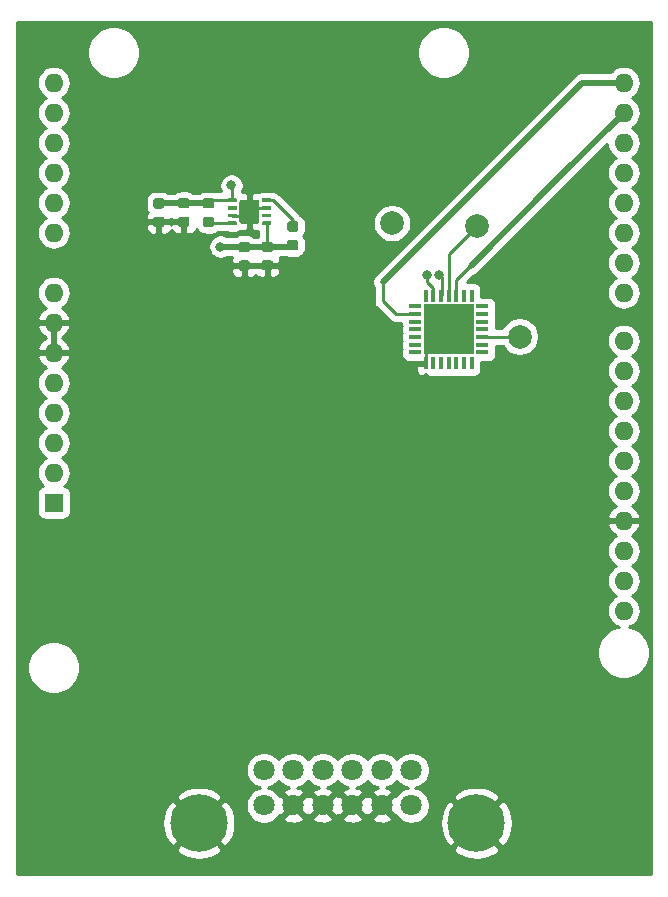
<source format=gbr>
G04 #@! TF.GenerationSoftware,KiCad,Pcbnew,(5.1.2)-2*
G04 #@! TF.CreationDate,2020-03-09T10:51:38+01:00*
G04 #@! TF.ProjectId,Extension_PCB,45787465-6e73-4696-9f6e-5f5043422e6b,rev?*
G04 #@! TF.SameCoordinates,Original*
G04 #@! TF.FileFunction,Copper,L1,Top*
G04 #@! TF.FilePolarity,Positive*
%FSLAX46Y46*%
G04 Gerber Fmt 4.6, Leading zero omitted, Abs format (unit mm)*
G04 Created by KiCad (PCBNEW (5.1.2)-2) date 2020-03-09 10:51:38*
%MOMM*%
%LPD*%
G04 APERTURE LIST*
%ADD10C,1.800000*%
%ADD11C,4.875000*%
%ADD12R,1.050000X0.350000*%
%ADD13R,0.350000X1.050000*%
%ADD14R,4.200000X4.200000*%
%ADD15C,0.100000*%
%ADD16C,0.300000*%
%ADD17C,1.700000*%
%ADD18C,0.875000*%
%ADD19O,1.600000X1.600000*%
%ADD20R,1.600000X1.600000*%
%ADD21C,0.800000*%
%ADD22C,2.000000*%
%ADD23C,0.250000*%
%ADD24C,0.500000*%
%ADD25C,0.254000*%
G04 APERTURE END LIST*
D10*
X179050000Y-135500000D03*
X176550000Y-135500000D03*
X174050000Y-135500000D03*
X171550000Y-135500000D03*
X169050000Y-135500000D03*
X166550000Y-135500000D03*
X179050000Y-138500000D03*
X176550000Y-138500000D03*
X174050000Y-138500000D03*
X171550000Y-138500000D03*
X169050000Y-138500000D03*
X166550000Y-138500000D03*
D11*
X161050000Y-140000000D03*
X184550000Y-140000000D03*
D12*
X185050000Y-100150000D03*
X185050000Y-99500000D03*
X185050000Y-98850000D03*
X185050000Y-98200000D03*
X185050000Y-97550000D03*
X185050000Y-96900000D03*
X185050000Y-96250000D03*
D13*
X184150000Y-95350000D03*
X183500000Y-95350000D03*
X182850000Y-95350000D03*
X182200000Y-95350000D03*
X181550000Y-95350000D03*
X180900000Y-95350000D03*
X180250000Y-95350000D03*
D12*
X179350000Y-96250000D03*
X179350000Y-96900000D03*
X179350000Y-97550000D03*
X179350000Y-98200000D03*
X179350000Y-98850000D03*
X179350000Y-99500000D03*
X179350000Y-100150000D03*
D13*
X180250000Y-101050000D03*
X180900000Y-101050000D03*
X181550000Y-101050000D03*
X182200000Y-101050000D03*
X182850000Y-101050000D03*
X183500000Y-101050000D03*
X184150000Y-101050000D03*
D14*
X182200000Y-98200000D03*
D15*
G36*
X167110831Y-87107361D02*
G01*
X167118112Y-87108441D01*
X167125251Y-87110229D01*
X167132181Y-87112709D01*
X167138835Y-87115856D01*
X167145148Y-87119640D01*
X167151059Y-87124024D01*
X167156513Y-87128967D01*
X167161456Y-87134421D01*
X167165840Y-87140332D01*
X167169624Y-87146645D01*
X167172771Y-87153299D01*
X167175251Y-87160229D01*
X167177039Y-87167368D01*
X167178119Y-87174649D01*
X167178480Y-87182000D01*
X167178480Y-87332000D01*
X167178119Y-87339351D01*
X167177039Y-87346632D01*
X167175251Y-87353771D01*
X167172771Y-87360701D01*
X167169624Y-87367355D01*
X167165840Y-87373668D01*
X167161456Y-87379579D01*
X167156513Y-87385033D01*
X167151059Y-87389976D01*
X167145148Y-87394360D01*
X167138835Y-87398144D01*
X167132181Y-87401291D01*
X167125251Y-87403771D01*
X167118112Y-87405559D01*
X167110831Y-87406639D01*
X167103480Y-87407000D01*
X166453480Y-87407000D01*
X166446129Y-87406639D01*
X166438848Y-87405559D01*
X166431709Y-87403771D01*
X166424779Y-87401291D01*
X166418125Y-87398144D01*
X166411812Y-87394360D01*
X166405901Y-87389976D01*
X166400447Y-87385033D01*
X166395504Y-87379579D01*
X166391120Y-87373668D01*
X166387336Y-87367355D01*
X166384189Y-87360701D01*
X166381709Y-87353771D01*
X166379921Y-87346632D01*
X166378841Y-87339351D01*
X166378480Y-87332000D01*
X166378480Y-87182000D01*
X166378841Y-87174649D01*
X166379921Y-87167368D01*
X166381709Y-87160229D01*
X166384189Y-87153299D01*
X166387336Y-87146645D01*
X166391120Y-87140332D01*
X166395504Y-87134421D01*
X166400447Y-87128967D01*
X166405901Y-87124024D01*
X166411812Y-87119640D01*
X166418125Y-87115856D01*
X166424779Y-87112709D01*
X166431709Y-87110229D01*
X166438848Y-87108441D01*
X166446129Y-87107361D01*
X166453480Y-87107000D01*
X167103480Y-87107000D01*
X167110831Y-87107361D01*
X167110831Y-87107361D01*
G37*
D16*
X166778480Y-87257000D03*
D15*
G36*
X167110831Y-87757361D02*
G01*
X167118112Y-87758441D01*
X167125251Y-87760229D01*
X167132181Y-87762709D01*
X167138835Y-87765856D01*
X167145148Y-87769640D01*
X167151059Y-87774024D01*
X167156513Y-87778967D01*
X167161456Y-87784421D01*
X167165840Y-87790332D01*
X167169624Y-87796645D01*
X167172771Y-87803299D01*
X167175251Y-87810229D01*
X167177039Y-87817368D01*
X167178119Y-87824649D01*
X167178480Y-87832000D01*
X167178480Y-87982000D01*
X167178119Y-87989351D01*
X167177039Y-87996632D01*
X167175251Y-88003771D01*
X167172771Y-88010701D01*
X167169624Y-88017355D01*
X167165840Y-88023668D01*
X167161456Y-88029579D01*
X167156513Y-88035033D01*
X167151059Y-88039976D01*
X167145148Y-88044360D01*
X167138835Y-88048144D01*
X167132181Y-88051291D01*
X167125251Y-88053771D01*
X167118112Y-88055559D01*
X167110831Y-88056639D01*
X167103480Y-88057000D01*
X166453480Y-88057000D01*
X166446129Y-88056639D01*
X166438848Y-88055559D01*
X166431709Y-88053771D01*
X166424779Y-88051291D01*
X166418125Y-88048144D01*
X166411812Y-88044360D01*
X166405901Y-88039976D01*
X166400447Y-88035033D01*
X166395504Y-88029579D01*
X166391120Y-88023668D01*
X166387336Y-88017355D01*
X166384189Y-88010701D01*
X166381709Y-88003771D01*
X166379921Y-87996632D01*
X166378841Y-87989351D01*
X166378480Y-87982000D01*
X166378480Y-87832000D01*
X166378841Y-87824649D01*
X166379921Y-87817368D01*
X166381709Y-87810229D01*
X166384189Y-87803299D01*
X166387336Y-87796645D01*
X166391120Y-87790332D01*
X166395504Y-87784421D01*
X166400447Y-87778967D01*
X166405901Y-87774024D01*
X166411812Y-87769640D01*
X166418125Y-87765856D01*
X166424779Y-87762709D01*
X166431709Y-87760229D01*
X166438848Y-87758441D01*
X166446129Y-87757361D01*
X166453480Y-87757000D01*
X167103480Y-87757000D01*
X167110831Y-87757361D01*
X167110831Y-87757361D01*
G37*
D16*
X166778480Y-87907000D03*
D15*
G36*
X167110831Y-88407361D02*
G01*
X167118112Y-88408441D01*
X167125251Y-88410229D01*
X167132181Y-88412709D01*
X167138835Y-88415856D01*
X167145148Y-88419640D01*
X167151059Y-88424024D01*
X167156513Y-88428967D01*
X167161456Y-88434421D01*
X167165840Y-88440332D01*
X167169624Y-88446645D01*
X167172771Y-88453299D01*
X167175251Y-88460229D01*
X167177039Y-88467368D01*
X167178119Y-88474649D01*
X167178480Y-88482000D01*
X167178480Y-88632000D01*
X167178119Y-88639351D01*
X167177039Y-88646632D01*
X167175251Y-88653771D01*
X167172771Y-88660701D01*
X167169624Y-88667355D01*
X167165840Y-88673668D01*
X167161456Y-88679579D01*
X167156513Y-88685033D01*
X167151059Y-88689976D01*
X167145148Y-88694360D01*
X167138835Y-88698144D01*
X167132181Y-88701291D01*
X167125251Y-88703771D01*
X167118112Y-88705559D01*
X167110831Y-88706639D01*
X167103480Y-88707000D01*
X166453480Y-88707000D01*
X166446129Y-88706639D01*
X166438848Y-88705559D01*
X166431709Y-88703771D01*
X166424779Y-88701291D01*
X166418125Y-88698144D01*
X166411812Y-88694360D01*
X166405901Y-88689976D01*
X166400447Y-88685033D01*
X166395504Y-88679579D01*
X166391120Y-88673668D01*
X166387336Y-88667355D01*
X166384189Y-88660701D01*
X166381709Y-88653771D01*
X166379921Y-88646632D01*
X166378841Y-88639351D01*
X166378480Y-88632000D01*
X166378480Y-88482000D01*
X166378841Y-88474649D01*
X166379921Y-88467368D01*
X166381709Y-88460229D01*
X166384189Y-88453299D01*
X166387336Y-88446645D01*
X166391120Y-88440332D01*
X166395504Y-88434421D01*
X166400447Y-88428967D01*
X166405901Y-88424024D01*
X166411812Y-88419640D01*
X166418125Y-88415856D01*
X166424779Y-88412709D01*
X166431709Y-88410229D01*
X166438848Y-88408441D01*
X166446129Y-88407361D01*
X166453480Y-88407000D01*
X167103480Y-88407000D01*
X167110831Y-88407361D01*
X167110831Y-88407361D01*
G37*
D16*
X166778480Y-88557000D03*
D15*
G36*
X167110831Y-89057361D02*
G01*
X167118112Y-89058441D01*
X167125251Y-89060229D01*
X167132181Y-89062709D01*
X167138835Y-89065856D01*
X167145148Y-89069640D01*
X167151059Y-89074024D01*
X167156513Y-89078967D01*
X167161456Y-89084421D01*
X167165840Y-89090332D01*
X167169624Y-89096645D01*
X167172771Y-89103299D01*
X167175251Y-89110229D01*
X167177039Y-89117368D01*
X167178119Y-89124649D01*
X167178480Y-89132000D01*
X167178480Y-89282000D01*
X167178119Y-89289351D01*
X167177039Y-89296632D01*
X167175251Y-89303771D01*
X167172771Y-89310701D01*
X167169624Y-89317355D01*
X167165840Y-89323668D01*
X167161456Y-89329579D01*
X167156513Y-89335033D01*
X167151059Y-89339976D01*
X167145148Y-89344360D01*
X167138835Y-89348144D01*
X167132181Y-89351291D01*
X167125251Y-89353771D01*
X167118112Y-89355559D01*
X167110831Y-89356639D01*
X167103480Y-89357000D01*
X166453480Y-89357000D01*
X166446129Y-89356639D01*
X166438848Y-89355559D01*
X166431709Y-89353771D01*
X166424779Y-89351291D01*
X166418125Y-89348144D01*
X166411812Y-89344360D01*
X166405901Y-89339976D01*
X166400447Y-89335033D01*
X166395504Y-89329579D01*
X166391120Y-89323668D01*
X166387336Y-89317355D01*
X166384189Y-89310701D01*
X166381709Y-89303771D01*
X166379921Y-89296632D01*
X166378841Y-89289351D01*
X166378480Y-89282000D01*
X166378480Y-89132000D01*
X166378841Y-89124649D01*
X166379921Y-89117368D01*
X166381709Y-89110229D01*
X166384189Y-89103299D01*
X166387336Y-89096645D01*
X166391120Y-89090332D01*
X166395504Y-89084421D01*
X166400447Y-89078967D01*
X166405901Y-89074024D01*
X166411812Y-89069640D01*
X166418125Y-89065856D01*
X166424779Y-89062709D01*
X166431709Y-89060229D01*
X166438848Y-89058441D01*
X166446129Y-89057361D01*
X166453480Y-89057000D01*
X167103480Y-89057000D01*
X167110831Y-89057361D01*
X167110831Y-89057361D01*
G37*
D16*
X166778480Y-89207000D03*
D15*
G36*
X164210831Y-89057361D02*
G01*
X164218112Y-89058441D01*
X164225251Y-89060229D01*
X164232181Y-89062709D01*
X164238835Y-89065856D01*
X164245148Y-89069640D01*
X164251059Y-89074024D01*
X164256513Y-89078967D01*
X164261456Y-89084421D01*
X164265840Y-89090332D01*
X164269624Y-89096645D01*
X164272771Y-89103299D01*
X164275251Y-89110229D01*
X164277039Y-89117368D01*
X164278119Y-89124649D01*
X164278480Y-89132000D01*
X164278480Y-89282000D01*
X164278119Y-89289351D01*
X164277039Y-89296632D01*
X164275251Y-89303771D01*
X164272771Y-89310701D01*
X164269624Y-89317355D01*
X164265840Y-89323668D01*
X164261456Y-89329579D01*
X164256513Y-89335033D01*
X164251059Y-89339976D01*
X164245148Y-89344360D01*
X164238835Y-89348144D01*
X164232181Y-89351291D01*
X164225251Y-89353771D01*
X164218112Y-89355559D01*
X164210831Y-89356639D01*
X164203480Y-89357000D01*
X163553480Y-89357000D01*
X163546129Y-89356639D01*
X163538848Y-89355559D01*
X163531709Y-89353771D01*
X163524779Y-89351291D01*
X163518125Y-89348144D01*
X163511812Y-89344360D01*
X163505901Y-89339976D01*
X163500447Y-89335033D01*
X163495504Y-89329579D01*
X163491120Y-89323668D01*
X163487336Y-89317355D01*
X163484189Y-89310701D01*
X163481709Y-89303771D01*
X163479921Y-89296632D01*
X163478841Y-89289351D01*
X163478480Y-89282000D01*
X163478480Y-89132000D01*
X163478841Y-89124649D01*
X163479921Y-89117368D01*
X163481709Y-89110229D01*
X163484189Y-89103299D01*
X163487336Y-89096645D01*
X163491120Y-89090332D01*
X163495504Y-89084421D01*
X163500447Y-89078967D01*
X163505901Y-89074024D01*
X163511812Y-89069640D01*
X163518125Y-89065856D01*
X163524779Y-89062709D01*
X163531709Y-89060229D01*
X163538848Y-89058441D01*
X163546129Y-89057361D01*
X163553480Y-89057000D01*
X164203480Y-89057000D01*
X164210831Y-89057361D01*
X164210831Y-89057361D01*
G37*
D16*
X163878480Y-89207000D03*
D15*
G36*
X164210831Y-88407361D02*
G01*
X164218112Y-88408441D01*
X164225251Y-88410229D01*
X164232181Y-88412709D01*
X164238835Y-88415856D01*
X164245148Y-88419640D01*
X164251059Y-88424024D01*
X164256513Y-88428967D01*
X164261456Y-88434421D01*
X164265840Y-88440332D01*
X164269624Y-88446645D01*
X164272771Y-88453299D01*
X164275251Y-88460229D01*
X164277039Y-88467368D01*
X164278119Y-88474649D01*
X164278480Y-88482000D01*
X164278480Y-88632000D01*
X164278119Y-88639351D01*
X164277039Y-88646632D01*
X164275251Y-88653771D01*
X164272771Y-88660701D01*
X164269624Y-88667355D01*
X164265840Y-88673668D01*
X164261456Y-88679579D01*
X164256513Y-88685033D01*
X164251059Y-88689976D01*
X164245148Y-88694360D01*
X164238835Y-88698144D01*
X164232181Y-88701291D01*
X164225251Y-88703771D01*
X164218112Y-88705559D01*
X164210831Y-88706639D01*
X164203480Y-88707000D01*
X163553480Y-88707000D01*
X163546129Y-88706639D01*
X163538848Y-88705559D01*
X163531709Y-88703771D01*
X163524779Y-88701291D01*
X163518125Y-88698144D01*
X163511812Y-88694360D01*
X163505901Y-88689976D01*
X163500447Y-88685033D01*
X163495504Y-88679579D01*
X163491120Y-88673668D01*
X163487336Y-88667355D01*
X163484189Y-88660701D01*
X163481709Y-88653771D01*
X163479921Y-88646632D01*
X163478841Y-88639351D01*
X163478480Y-88632000D01*
X163478480Y-88482000D01*
X163478841Y-88474649D01*
X163479921Y-88467368D01*
X163481709Y-88460229D01*
X163484189Y-88453299D01*
X163487336Y-88446645D01*
X163491120Y-88440332D01*
X163495504Y-88434421D01*
X163500447Y-88428967D01*
X163505901Y-88424024D01*
X163511812Y-88419640D01*
X163518125Y-88415856D01*
X163524779Y-88412709D01*
X163531709Y-88410229D01*
X163538848Y-88408441D01*
X163546129Y-88407361D01*
X163553480Y-88407000D01*
X164203480Y-88407000D01*
X164210831Y-88407361D01*
X164210831Y-88407361D01*
G37*
D16*
X163878480Y-88557000D03*
D15*
G36*
X164210831Y-87757361D02*
G01*
X164218112Y-87758441D01*
X164225251Y-87760229D01*
X164232181Y-87762709D01*
X164238835Y-87765856D01*
X164245148Y-87769640D01*
X164251059Y-87774024D01*
X164256513Y-87778967D01*
X164261456Y-87784421D01*
X164265840Y-87790332D01*
X164269624Y-87796645D01*
X164272771Y-87803299D01*
X164275251Y-87810229D01*
X164277039Y-87817368D01*
X164278119Y-87824649D01*
X164278480Y-87832000D01*
X164278480Y-87982000D01*
X164278119Y-87989351D01*
X164277039Y-87996632D01*
X164275251Y-88003771D01*
X164272771Y-88010701D01*
X164269624Y-88017355D01*
X164265840Y-88023668D01*
X164261456Y-88029579D01*
X164256513Y-88035033D01*
X164251059Y-88039976D01*
X164245148Y-88044360D01*
X164238835Y-88048144D01*
X164232181Y-88051291D01*
X164225251Y-88053771D01*
X164218112Y-88055559D01*
X164210831Y-88056639D01*
X164203480Y-88057000D01*
X163553480Y-88057000D01*
X163546129Y-88056639D01*
X163538848Y-88055559D01*
X163531709Y-88053771D01*
X163524779Y-88051291D01*
X163518125Y-88048144D01*
X163511812Y-88044360D01*
X163505901Y-88039976D01*
X163500447Y-88035033D01*
X163495504Y-88029579D01*
X163491120Y-88023668D01*
X163487336Y-88017355D01*
X163484189Y-88010701D01*
X163481709Y-88003771D01*
X163479921Y-87996632D01*
X163478841Y-87989351D01*
X163478480Y-87982000D01*
X163478480Y-87832000D01*
X163478841Y-87824649D01*
X163479921Y-87817368D01*
X163481709Y-87810229D01*
X163484189Y-87803299D01*
X163487336Y-87796645D01*
X163491120Y-87790332D01*
X163495504Y-87784421D01*
X163500447Y-87778967D01*
X163505901Y-87774024D01*
X163511812Y-87769640D01*
X163518125Y-87765856D01*
X163524779Y-87762709D01*
X163531709Y-87760229D01*
X163538848Y-87758441D01*
X163546129Y-87757361D01*
X163553480Y-87757000D01*
X164203480Y-87757000D01*
X164210831Y-87757361D01*
X164210831Y-87757361D01*
G37*
D16*
X163878480Y-87907000D03*
D15*
G36*
X164210831Y-87107361D02*
G01*
X164218112Y-87108441D01*
X164225251Y-87110229D01*
X164232181Y-87112709D01*
X164238835Y-87115856D01*
X164245148Y-87119640D01*
X164251059Y-87124024D01*
X164256513Y-87128967D01*
X164261456Y-87134421D01*
X164265840Y-87140332D01*
X164269624Y-87146645D01*
X164272771Y-87153299D01*
X164275251Y-87160229D01*
X164277039Y-87167368D01*
X164278119Y-87174649D01*
X164278480Y-87182000D01*
X164278480Y-87332000D01*
X164278119Y-87339351D01*
X164277039Y-87346632D01*
X164275251Y-87353771D01*
X164272771Y-87360701D01*
X164269624Y-87367355D01*
X164265840Y-87373668D01*
X164261456Y-87379579D01*
X164256513Y-87385033D01*
X164251059Y-87389976D01*
X164245148Y-87394360D01*
X164238835Y-87398144D01*
X164232181Y-87401291D01*
X164225251Y-87403771D01*
X164218112Y-87405559D01*
X164210831Y-87406639D01*
X164203480Y-87407000D01*
X163553480Y-87407000D01*
X163546129Y-87406639D01*
X163538848Y-87405559D01*
X163531709Y-87403771D01*
X163524779Y-87401291D01*
X163518125Y-87398144D01*
X163511812Y-87394360D01*
X163505901Y-87389976D01*
X163500447Y-87385033D01*
X163495504Y-87379579D01*
X163491120Y-87373668D01*
X163487336Y-87367355D01*
X163484189Y-87360701D01*
X163481709Y-87353771D01*
X163479921Y-87346632D01*
X163478841Y-87339351D01*
X163478480Y-87332000D01*
X163478480Y-87182000D01*
X163478841Y-87174649D01*
X163479921Y-87167368D01*
X163481709Y-87160229D01*
X163484189Y-87153299D01*
X163487336Y-87146645D01*
X163491120Y-87140332D01*
X163495504Y-87134421D01*
X163500447Y-87128967D01*
X163505901Y-87124024D01*
X163511812Y-87119640D01*
X163518125Y-87115856D01*
X163524779Y-87112709D01*
X163531709Y-87110229D01*
X163538848Y-87108441D01*
X163546129Y-87107361D01*
X163553480Y-87107000D01*
X164203480Y-87107000D01*
X164210831Y-87107361D01*
X164210831Y-87107361D01*
G37*
D16*
X163878480Y-87257000D03*
D15*
G36*
X165952984Y-87208204D02*
G01*
X165977253Y-87211804D01*
X166001051Y-87217765D01*
X166024151Y-87226030D01*
X166046329Y-87236520D01*
X166067373Y-87249133D01*
X166087078Y-87263747D01*
X166105257Y-87280223D01*
X166121733Y-87298402D01*
X166136347Y-87318107D01*
X166148960Y-87339151D01*
X166159450Y-87361329D01*
X166167715Y-87384429D01*
X166173676Y-87408227D01*
X166177276Y-87432496D01*
X166178480Y-87457000D01*
X166178480Y-89007000D01*
X166177276Y-89031504D01*
X166173676Y-89055773D01*
X166167715Y-89079571D01*
X166159450Y-89102671D01*
X166148960Y-89124849D01*
X166136347Y-89145893D01*
X166121733Y-89165598D01*
X166105257Y-89183777D01*
X166087078Y-89200253D01*
X166067373Y-89214867D01*
X166046329Y-89227480D01*
X166024151Y-89237970D01*
X166001051Y-89246235D01*
X165977253Y-89252196D01*
X165952984Y-89255796D01*
X165928480Y-89257000D01*
X164728480Y-89257000D01*
X164703976Y-89255796D01*
X164679707Y-89252196D01*
X164655909Y-89246235D01*
X164632809Y-89237970D01*
X164610631Y-89227480D01*
X164589587Y-89214867D01*
X164569882Y-89200253D01*
X164551703Y-89183777D01*
X164535227Y-89165598D01*
X164520613Y-89145893D01*
X164508000Y-89124849D01*
X164497510Y-89102671D01*
X164489245Y-89079571D01*
X164483284Y-89055773D01*
X164479684Y-89031504D01*
X164478480Y-89007000D01*
X164478480Y-87457000D01*
X164479684Y-87432496D01*
X164483284Y-87408227D01*
X164489245Y-87384429D01*
X164497510Y-87361329D01*
X164508000Y-87339151D01*
X164520613Y-87318107D01*
X164535227Y-87298402D01*
X164551703Y-87280223D01*
X164569882Y-87263747D01*
X164589587Y-87249133D01*
X164610631Y-87236520D01*
X164632809Y-87226030D01*
X164655909Y-87217765D01*
X164679707Y-87211804D01*
X164703976Y-87208204D01*
X164728480Y-87207000D01*
X165928480Y-87207000D01*
X165952984Y-87208204D01*
X165952984Y-87208204D01*
G37*
D17*
X165328480Y-88232000D03*
D15*
G36*
X162142431Y-88659693D02*
G01*
X162163666Y-88662843D01*
X162184490Y-88668059D01*
X162204702Y-88675291D01*
X162224108Y-88684470D01*
X162242521Y-88695506D01*
X162259764Y-88708294D01*
X162275670Y-88722710D01*
X162290086Y-88738616D01*
X162302874Y-88755859D01*
X162313910Y-88774272D01*
X162323089Y-88793678D01*
X162330321Y-88813890D01*
X162335537Y-88834714D01*
X162338687Y-88855949D01*
X162339740Y-88877390D01*
X162339740Y-89314890D01*
X162338687Y-89336331D01*
X162335537Y-89357566D01*
X162330321Y-89378390D01*
X162323089Y-89398602D01*
X162313910Y-89418008D01*
X162302874Y-89436421D01*
X162290086Y-89453664D01*
X162275670Y-89469570D01*
X162259764Y-89483986D01*
X162242521Y-89496774D01*
X162224108Y-89507810D01*
X162204702Y-89516989D01*
X162184490Y-89524221D01*
X162163666Y-89529437D01*
X162142431Y-89532587D01*
X162120990Y-89533640D01*
X161608490Y-89533640D01*
X161587049Y-89532587D01*
X161565814Y-89529437D01*
X161544990Y-89524221D01*
X161524778Y-89516989D01*
X161505372Y-89507810D01*
X161486959Y-89496774D01*
X161469716Y-89483986D01*
X161453810Y-89469570D01*
X161439394Y-89453664D01*
X161426606Y-89436421D01*
X161415570Y-89418008D01*
X161406391Y-89398602D01*
X161399159Y-89378390D01*
X161393943Y-89357566D01*
X161390793Y-89336331D01*
X161389740Y-89314890D01*
X161389740Y-88877390D01*
X161390793Y-88855949D01*
X161393943Y-88834714D01*
X161399159Y-88813890D01*
X161406391Y-88793678D01*
X161415570Y-88774272D01*
X161426606Y-88755859D01*
X161439394Y-88738616D01*
X161453810Y-88722710D01*
X161469716Y-88708294D01*
X161486959Y-88695506D01*
X161505372Y-88684470D01*
X161524778Y-88675291D01*
X161544990Y-88668059D01*
X161565814Y-88662843D01*
X161587049Y-88659693D01*
X161608490Y-88658640D01*
X162120990Y-88658640D01*
X162142431Y-88659693D01*
X162142431Y-88659693D01*
G37*
D18*
X161864740Y-89096140D03*
D15*
G36*
X162142431Y-87084693D02*
G01*
X162163666Y-87087843D01*
X162184490Y-87093059D01*
X162204702Y-87100291D01*
X162224108Y-87109470D01*
X162242521Y-87120506D01*
X162259764Y-87133294D01*
X162275670Y-87147710D01*
X162290086Y-87163616D01*
X162302874Y-87180859D01*
X162313910Y-87199272D01*
X162323089Y-87218678D01*
X162330321Y-87238890D01*
X162335537Y-87259714D01*
X162338687Y-87280949D01*
X162339740Y-87302390D01*
X162339740Y-87739890D01*
X162338687Y-87761331D01*
X162335537Y-87782566D01*
X162330321Y-87803390D01*
X162323089Y-87823602D01*
X162313910Y-87843008D01*
X162302874Y-87861421D01*
X162290086Y-87878664D01*
X162275670Y-87894570D01*
X162259764Y-87908986D01*
X162242521Y-87921774D01*
X162224108Y-87932810D01*
X162204702Y-87941989D01*
X162184490Y-87949221D01*
X162163666Y-87954437D01*
X162142431Y-87957587D01*
X162120990Y-87958640D01*
X161608490Y-87958640D01*
X161587049Y-87957587D01*
X161565814Y-87954437D01*
X161544990Y-87949221D01*
X161524778Y-87941989D01*
X161505372Y-87932810D01*
X161486959Y-87921774D01*
X161469716Y-87908986D01*
X161453810Y-87894570D01*
X161439394Y-87878664D01*
X161426606Y-87861421D01*
X161415570Y-87843008D01*
X161406391Y-87823602D01*
X161399159Y-87803390D01*
X161393943Y-87782566D01*
X161390793Y-87761331D01*
X161389740Y-87739890D01*
X161389740Y-87302390D01*
X161390793Y-87280949D01*
X161393943Y-87259714D01*
X161399159Y-87238890D01*
X161406391Y-87218678D01*
X161415570Y-87199272D01*
X161426606Y-87180859D01*
X161439394Y-87163616D01*
X161453810Y-87147710D01*
X161469716Y-87133294D01*
X161486959Y-87120506D01*
X161505372Y-87109470D01*
X161524778Y-87100291D01*
X161544990Y-87093059D01*
X161565814Y-87087843D01*
X161587049Y-87084693D01*
X161608490Y-87083640D01*
X162120990Y-87083640D01*
X162142431Y-87084693D01*
X162142431Y-87084693D01*
G37*
D18*
X161864740Y-87521140D03*
D15*
G36*
X169277291Y-90615493D02*
G01*
X169298526Y-90618643D01*
X169319350Y-90623859D01*
X169339562Y-90631091D01*
X169358968Y-90640270D01*
X169377381Y-90651306D01*
X169394624Y-90664094D01*
X169410530Y-90678510D01*
X169424946Y-90694416D01*
X169437734Y-90711659D01*
X169448770Y-90730072D01*
X169457949Y-90749478D01*
X169465181Y-90769690D01*
X169470397Y-90790514D01*
X169473547Y-90811749D01*
X169474600Y-90833190D01*
X169474600Y-91270690D01*
X169473547Y-91292131D01*
X169470397Y-91313366D01*
X169465181Y-91334190D01*
X169457949Y-91354402D01*
X169448770Y-91373808D01*
X169437734Y-91392221D01*
X169424946Y-91409464D01*
X169410530Y-91425370D01*
X169394624Y-91439786D01*
X169377381Y-91452574D01*
X169358968Y-91463610D01*
X169339562Y-91472789D01*
X169319350Y-91480021D01*
X169298526Y-91485237D01*
X169277291Y-91488387D01*
X169255850Y-91489440D01*
X168743350Y-91489440D01*
X168721909Y-91488387D01*
X168700674Y-91485237D01*
X168679850Y-91480021D01*
X168659638Y-91472789D01*
X168640232Y-91463610D01*
X168621819Y-91452574D01*
X168604576Y-91439786D01*
X168588670Y-91425370D01*
X168574254Y-91409464D01*
X168561466Y-91392221D01*
X168550430Y-91373808D01*
X168541251Y-91354402D01*
X168534019Y-91334190D01*
X168528803Y-91313366D01*
X168525653Y-91292131D01*
X168524600Y-91270690D01*
X168524600Y-90833190D01*
X168525653Y-90811749D01*
X168528803Y-90790514D01*
X168534019Y-90769690D01*
X168541251Y-90749478D01*
X168550430Y-90730072D01*
X168561466Y-90711659D01*
X168574254Y-90694416D01*
X168588670Y-90678510D01*
X168604576Y-90664094D01*
X168621819Y-90651306D01*
X168640232Y-90640270D01*
X168659638Y-90631091D01*
X168679850Y-90623859D01*
X168700674Y-90618643D01*
X168721909Y-90615493D01*
X168743350Y-90614440D01*
X169255850Y-90614440D01*
X169277291Y-90615493D01*
X169277291Y-90615493D01*
G37*
D18*
X168999600Y-91051940D03*
D15*
G36*
X169277291Y-89040493D02*
G01*
X169298526Y-89043643D01*
X169319350Y-89048859D01*
X169339562Y-89056091D01*
X169358968Y-89065270D01*
X169377381Y-89076306D01*
X169394624Y-89089094D01*
X169410530Y-89103510D01*
X169424946Y-89119416D01*
X169437734Y-89136659D01*
X169448770Y-89155072D01*
X169457949Y-89174478D01*
X169465181Y-89194690D01*
X169470397Y-89215514D01*
X169473547Y-89236749D01*
X169474600Y-89258190D01*
X169474600Y-89695690D01*
X169473547Y-89717131D01*
X169470397Y-89738366D01*
X169465181Y-89759190D01*
X169457949Y-89779402D01*
X169448770Y-89798808D01*
X169437734Y-89817221D01*
X169424946Y-89834464D01*
X169410530Y-89850370D01*
X169394624Y-89864786D01*
X169377381Y-89877574D01*
X169358968Y-89888610D01*
X169339562Y-89897789D01*
X169319350Y-89905021D01*
X169298526Y-89910237D01*
X169277291Y-89913387D01*
X169255850Y-89914440D01*
X168743350Y-89914440D01*
X168721909Y-89913387D01*
X168700674Y-89910237D01*
X168679850Y-89905021D01*
X168659638Y-89897789D01*
X168640232Y-89888610D01*
X168621819Y-89877574D01*
X168604576Y-89864786D01*
X168588670Y-89850370D01*
X168574254Y-89834464D01*
X168561466Y-89817221D01*
X168550430Y-89798808D01*
X168541251Y-89779402D01*
X168534019Y-89759190D01*
X168528803Y-89738366D01*
X168525653Y-89717131D01*
X168524600Y-89695690D01*
X168524600Y-89258190D01*
X168525653Y-89236749D01*
X168528803Y-89215514D01*
X168534019Y-89194690D01*
X168541251Y-89174478D01*
X168550430Y-89155072D01*
X168561466Y-89136659D01*
X168574254Y-89119416D01*
X168588670Y-89103510D01*
X168604576Y-89089094D01*
X168621819Y-89076306D01*
X168640232Y-89065270D01*
X168659638Y-89056091D01*
X168679850Y-89048859D01*
X168700674Y-89043643D01*
X168721909Y-89040493D01*
X168743350Y-89039440D01*
X169255850Y-89039440D01*
X169277291Y-89040493D01*
X169277291Y-89040493D01*
G37*
D18*
X168999600Y-89476940D03*
D15*
G36*
X165162491Y-92357933D02*
G01*
X165183726Y-92361083D01*
X165204550Y-92366299D01*
X165224762Y-92373531D01*
X165244168Y-92382710D01*
X165262581Y-92393746D01*
X165279824Y-92406534D01*
X165295730Y-92420950D01*
X165310146Y-92436856D01*
X165322934Y-92454099D01*
X165333970Y-92472512D01*
X165343149Y-92491918D01*
X165350381Y-92512130D01*
X165355597Y-92532954D01*
X165358747Y-92554189D01*
X165359800Y-92575630D01*
X165359800Y-93013130D01*
X165358747Y-93034571D01*
X165355597Y-93055806D01*
X165350381Y-93076630D01*
X165343149Y-93096842D01*
X165333970Y-93116248D01*
X165322934Y-93134661D01*
X165310146Y-93151904D01*
X165295730Y-93167810D01*
X165279824Y-93182226D01*
X165262581Y-93195014D01*
X165244168Y-93206050D01*
X165224762Y-93215229D01*
X165204550Y-93222461D01*
X165183726Y-93227677D01*
X165162491Y-93230827D01*
X165141050Y-93231880D01*
X164628550Y-93231880D01*
X164607109Y-93230827D01*
X164585874Y-93227677D01*
X164565050Y-93222461D01*
X164544838Y-93215229D01*
X164525432Y-93206050D01*
X164507019Y-93195014D01*
X164489776Y-93182226D01*
X164473870Y-93167810D01*
X164459454Y-93151904D01*
X164446666Y-93134661D01*
X164435630Y-93116248D01*
X164426451Y-93096842D01*
X164419219Y-93076630D01*
X164414003Y-93055806D01*
X164410853Y-93034571D01*
X164409800Y-93013130D01*
X164409800Y-92575630D01*
X164410853Y-92554189D01*
X164414003Y-92532954D01*
X164419219Y-92512130D01*
X164426451Y-92491918D01*
X164435630Y-92472512D01*
X164446666Y-92454099D01*
X164459454Y-92436856D01*
X164473870Y-92420950D01*
X164489776Y-92406534D01*
X164507019Y-92393746D01*
X164525432Y-92382710D01*
X164544838Y-92373531D01*
X164565050Y-92366299D01*
X164585874Y-92361083D01*
X164607109Y-92357933D01*
X164628550Y-92356880D01*
X165141050Y-92356880D01*
X165162491Y-92357933D01*
X165162491Y-92357933D01*
G37*
D18*
X164884800Y-92794380D03*
D15*
G36*
X165162491Y-90782933D02*
G01*
X165183726Y-90786083D01*
X165204550Y-90791299D01*
X165224762Y-90798531D01*
X165244168Y-90807710D01*
X165262581Y-90818746D01*
X165279824Y-90831534D01*
X165295730Y-90845950D01*
X165310146Y-90861856D01*
X165322934Y-90879099D01*
X165333970Y-90897512D01*
X165343149Y-90916918D01*
X165350381Y-90937130D01*
X165355597Y-90957954D01*
X165358747Y-90979189D01*
X165359800Y-91000630D01*
X165359800Y-91438130D01*
X165358747Y-91459571D01*
X165355597Y-91480806D01*
X165350381Y-91501630D01*
X165343149Y-91521842D01*
X165333970Y-91541248D01*
X165322934Y-91559661D01*
X165310146Y-91576904D01*
X165295730Y-91592810D01*
X165279824Y-91607226D01*
X165262581Y-91620014D01*
X165244168Y-91631050D01*
X165224762Y-91640229D01*
X165204550Y-91647461D01*
X165183726Y-91652677D01*
X165162491Y-91655827D01*
X165141050Y-91656880D01*
X164628550Y-91656880D01*
X164607109Y-91655827D01*
X164585874Y-91652677D01*
X164565050Y-91647461D01*
X164544838Y-91640229D01*
X164525432Y-91631050D01*
X164507019Y-91620014D01*
X164489776Y-91607226D01*
X164473870Y-91592810D01*
X164459454Y-91576904D01*
X164446666Y-91559661D01*
X164435630Y-91541248D01*
X164426451Y-91521842D01*
X164419219Y-91501630D01*
X164414003Y-91480806D01*
X164410853Y-91459571D01*
X164409800Y-91438130D01*
X164409800Y-91000630D01*
X164410853Y-90979189D01*
X164414003Y-90957954D01*
X164419219Y-90937130D01*
X164426451Y-90916918D01*
X164435630Y-90897512D01*
X164446666Y-90879099D01*
X164459454Y-90861856D01*
X164473870Y-90845950D01*
X164489776Y-90831534D01*
X164507019Y-90818746D01*
X164525432Y-90807710D01*
X164544838Y-90798531D01*
X164565050Y-90791299D01*
X164585874Y-90786083D01*
X164607109Y-90782933D01*
X164628550Y-90781880D01*
X165141050Y-90781880D01*
X165162491Y-90782933D01*
X165162491Y-90782933D01*
G37*
D18*
X164884800Y-91219380D03*
D15*
G36*
X167113211Y-92330193D02*
G01*
X167134446Y-92333343D01*
X167155270Y-92338559D01*
X167175482Y-92345791D01*
X167194888Y-92354970D01*
X167213301Y-92366006D01*
X167230544Y-92378794D01*
X167246450Y-92393210D01*
X167260866Y-92409116D01*
X167273654Y-92426359D01*
X167284690Y-92444772D01*
X167293869Y-92464178D01*
X167301101Y-92484390D01*
X167306317Y-92505214D01*
X167309467Y-92526449D01*
X167310520Y-92547890D01*
X167310520Y-92985390D01*
X167309467Y-93006831D01*
X167306317Y-93028066D01*
X167301101Y-93048890D01*
X167293869Y-93069102D01*
X167284690Y-93088508D01*
X167273654Y-93106921D01*
X167260866Y-93124164D01*
X167246450Y-93140070D01*
X167230544Y-93154486D01*
X167213301Y-93167274D01*
X167194888Y-93178310D01*
X167175482Y-93187489D01*
X167155270Y-93194721D01*
X167134446Y-93199937D01*
X167113211Y-93203087D01*
X167091770Y-93204140D01*
X166579270Y-93204140D01*
X166557829Y-93203087D01*
X166536594Y-93199937D01*
X166515770Y-93194721D01*
X166495558Y-93187489D01*
X166476152Y-93178310D01*
X166457739Y-93167274D01*
X166440496Y-93154486D01*
X166424590Y-93140070D01*
X166410174Y-93124164D01*
X166397386Y-93106921D01*
X166386350Y-93088508D01*
X166377171Y-93069102D01*
X166369939Y-93048890D01*
X166364723Y-93028066D01*
X166361573Y-93006831D01*
X166360520Y-92985390D01*
X166360520Y-92547890D01*
X166361573Y-92526449D01*
X166364723Y-92505214D01*
X166369939Y-92484390D01*
X166377171Y-92464178D01*
X166386350Y-92444772D01*
X166397386Y-92426359D01*
X166410174Y-92409116D01*
X166424590Y-92393210D01*
X166440496Y-92378794D01*
X166457739Y-92366006D01*
X166476152Y-92354970D01*
X166495558Y-92345791D01*
X166515770Y-92338559D01*
X166536594Y-92333343D01*
X166557829Y-92330193D01*
X166579270Y-92329140D01*
X167091770Y-92329140D01*
X167113211Y-92330193D01*
X167113211Y-92330193D01*
G37*
D18*
X166835520Y-92766640D03*
D15*
G36*
X167113211Y-90755193D02*
G01*
X167134446Y-90758343D01*
X167155270Y-90763559D01*
X167175482Y-90770791D01*
X167194888Y-90779970D01*
X167213301Y-90791006D01*
X167230544Y-90803794D01*
X167246450Y-90818210D01*
X167260866Y-90834116D01*
X167273654Y-90851359D01*
X167284690Y-90869772D01*
X167293869Y-90889178D01*
X167301101Y-90909390D01*
X167306317Y-90930214D01*
X167309467Y-90951449D01*
X167310520Y-90972890D01*
X167310520Y-91410390D01*
X167309467Y-91431831D01*
X167306317Y-91453066D01*
X167301101Y-91473890D01*
X167293869Y-91494102D01*
X167284690Y-91513508D01*
X167273654Y-91531921D01*
X167260866Y-91549164D01*
X167246450Y-91565070D01*
X167230544Y-91579486D01*
X167213301Y-91592274D01*
X167194888Y-91603310D01*
X167175482Y-91612489D01*
X167155270Y-91619721D01*
X167134446Y-91624937D01*
X167113211Y-91628087D01*
X167091770Y-91629140D01*
X166579270Y-91629140D01*
X166557829Y-91628087D01*
X166536594Y-91624937D01*
X166515770Y-91619721D01*
X166495558Y-91612489D01*
X166476152Y-91603310D01*
X166457739Y-91592274D01*
X166440496Y-91579486D01*
X166424590Y-91565070D01*
X166410174Y-91549164D01*
X166397386Y-91531921D01*
X166386350Y-91513508D01*
X166377171Y-91494102D01*
X166369939Y-91473890D01*
X166364723Y-91453066D01*
X166361573Y-91431831D01*
X166360520Y-91410390D01*
X166360520Y-90972890D01*
X166361573Y-90951449D01*
X166364723Y-90930214D01*
X166369939Y-90909390D01*
X166377171Y-90889178D01*
X166386350Y-90869772D01*
X166397386Y-90851359D01*
X166410174Y-90834116D01*
X166424590Y-90818210D01*
X166440496Y-90803794D01*
X166457739Y-90791006D01*
X166476152Y-90779970D01*
X166495558Y-90770791D01*
X166515770Y-90763559D01*
X166536594Y-90758343D01*
X166557829Y-90755193D01*
X166579270Y-90754140D01*
X167091770Y-90754140D01*
X167113211Y-90755193D01*
X167113211Y-90755193D01*
G37*
D18*
X166835520Y-91191640D03*
D15*
G36*
X160041851Y-88647193D02*
G01*
X160063086Y-88650343D01*
X160083910Y-88655559D01*
X160104122Y-88662791D01*
X160123528Y-88671970D01*
X160141941Y-88683006D01*
X160159184Y-88695794D01*
X160175090Y-88710210D01*
X160189506Y-88726116D01*
X160202294Y-88743359D01*
X160213330Y-88761772D01*
X160222509Y-88781178D01*
X160229741Y-88801390D01*
X160234957Y-88822214D01*
X160238107Y-88843449D01*
X160239160Y-88864890D01*
X160239160Y-89302390D01*
X160238107Y-89323831D01*
X160234957Y-89345066D01*
X160229741Y-89365890D01*
X160222509Y-89386102D01*
X160213330Y-89405508D01*
X160202294Y-89423921D01*
X160189506Y-89441164D01*
X160175090Y-89457070D01*
X160159184Y-89471486D01*
X160141941Y-89484274D01*
X160123528Y-89495310D01*
X160104122Y-89504489D01*
X160083910Y-89511721D01*
X160063086Y-89516937D01*
X160041851Y-89520087D01*
X160020410Y-89521140D01*
X159507910Y-89521140D01*
X159486469Y-89520087D01*
X159465234Y-89516937D01*
X159444410Y-89511721D01*
X159424198Y-89504489D01*
X159404792Y-89495310D01*
X159386379Y-89484274D01*
X159369136Y-89471486D01*
X159353230Y-89457070D01*
X159338814Y-89441164D01*
X159326026Y-89423921D01*
X159314990Y-89405508D01*
X159305811Y-89386102D01*
X159298579Y-89365890D01*
X159293363Y-89345066D01*
X159290213Y-89323831D01*
X159289160Y-89302390D01*
X159289160Y-88864890D01*
X159290213Y-88843449D01*
X159293363Y-88822214D01*
X159298579Y-88801390D01*
X159305811Y-88781178D01*
X159314990Y-88761772D01*
X159326026Y-88743359D01*
X159338814Y-88726116D01*
X159353230Y-88710210D01*
X159369136Y-88695794D01*
X159386379Y-88683006D01*
X159404792Y-88671970D01*
X159424198Y-88662791D01*
X159444410Y-88655559D01*
X159465234Y-88650343D01*
X159486469Y-88647193D01*
X159507910Y-88646140D01*
X160020410Y-88646140D01*
X160041851Y-88647193D01*
X160041851Y-88647193D01*
G37*
D18*
X159764160Y-89083640D03*
D15*
G36*
X160041851Y-87072193D02*
G01*
X160063086Y-87075343D01*
X160083910Y-87080559D01*
X160104122Y-87087791D01*
X160123528Y-87096970D01*
X160141941Y-87108006D01*
X160159184Y-87120794D01*
X160175090Y-87135210D01*
X160189506Y-87151116D01*
X160202294Y-87168359D01*
X160213330Y-87186772D01*
X160222509Y-87206178D01*
X160229741Y-87226390D01*
X160234957Y-87247214D01*
X160238107Y-87268449D01*
X160239160Y-87289890D01*
X160239160Y-87727390D01*
X160238107Y-87748831D01*
X160234957Y-87770066D01*
X160229741Y-87790890D01*
X160222509Y-87811102D01*
X160213330Y-87830508D01*
X160202294Y-87848921D01*
X160189506Y-87866164D01*
X160175090Y-87882070D01*
X160159184Y-87896486D01*
X160141941Y-87909274D01*
X160123528Y-87920310D01*
X160104122Y-87929489D01*
X160083910Y-87936721D01*
X160063086Y-87941937D01*
X160041851Y-87945087D01*
X160020410Y-87946140D01*
X159507910Y-87946140D01*
X159486469Y-87945087D01*
X159465234Y-87941937D01*
X159444410Y-87936721D01*
X159424198Y-87929489D01*
X159404792Y-87920310D01*
X159386379Y-87909274D01*
X159369136Y-87896486D01*
X159353230Y-87882070D01*
X159338814Y-87866164D01*
X159326026Y-87848921D01*
X159314990Y-87830508D01*
X159305811Y-87811102D01*
X159298579Y-87790890D01*
X159293363Y-87770066D01*
X159290213Y-87748831D01*
X159289160Y-87727390D01*
X159289160Y-87289890D01*
X159290213Y-87268449D01*
X159293363Y-87247214D01*
X159298579Y-87226390D01*
X159305811Y-87206178D01*
X159314990Y-87186772D01*
X159326026Y-87168359D01*
X159338814Y-87151116D01*
X159353230Y-87135210D01*
X159369136Y-87120794D01*
X159386379Y-87108006D01*
X159404792Y-87096970D01*
X159424198Y-87087791D01*
X159444410Y-87080559D01*
X159465234Y-87075343D01*
X159486469Y-87072193D01*
X159507910Y-87071140D01*
X160020410Y-87071140D01*
X160041851Y-87072193D01*
X160041851Y-87072193D01*
G37*
D18*
X159764160Y-87508640D03*
D15*
G36*
X157936191Y-88662433D02*
G01*
X157957426Y-88665583D01*
X157978250Y-88670799D01*
X157998462Y-88678031D01*
X158017868Y-88687210D01*
X158036281Y-88698246D01*
X158053524Y-88711034D01*
X158069430Y-88725450D01*
X158083846Y-88741356D01*
X158096634Y-88758599D01*
X158107670Y-88777012D01*
X158116849Y-88796418D01*
X158124081Y-88816630D01*
X158129297Y-88837454D01*
X158132447Y-88858689D01*
X158133500Y-88880130D01*
X158133500Y-89317630D01*
X158132447Y-89339071D01*
X158129297Y-89360306D01*
X158124081Y-89381130D01*
X158116849Y-89401342D01*
X158107670Y-89420748D01*
X158096634Y-89439161D01*
X158083846Y-89456404D01*
X158069430Y-89472310D01*
X158053524Y-89486726D01*
X158036281Y-89499514D01*
X158017868Y-89510550D01*
X157998462Y-89519729D01*
X157978250Y-89526961D01*
X157957426Y-89532177D01*
X157936191Y-89535327D01*
X157914750Y-89536380D01*
X157402250Y-89536380D01*
X157380809Y-89535327D01*
X157359574Y-89532177D01*
X157338750Y-89526961D01*
X157318538Y-89519729D01*
X157299132Y-89510550D01*
X157280719Y-89499514D01*
X157263476Y-89486726D01*
X157247570Y-89472310D01*
X157233154Y-89456404D01*
X157220366Y-89439161D01*
X157209330Y-89420748D01*
X157200151Y-89401342D01*
X157192919Y-89381130D01*
X157187703Y-89360306D01*
X157184553Y-89339071D01*
X157183500Y-89317630D01*
X157183500Y-88880130D01*
X157184553Y-88858689D01*
X157187703Y-88837454D01*
X157192919Y-88816630D01*
X157200151Y-88796418D01*
X157209330Y-88777012D01*
X157220366Y-88758599D01*
X157233154Y-88741356D01*
X157247570Y-88725450D01*
X157263476Y-88711034D01*
X157280719Y-88698246D01*
X157299132Y-88687210D01*
X157318538Y-88678031D01*
X157338750Y-88670799D01*
X157359574Y-88665583D01*
X157380809Y-88662433D01*
X157402250Y-88661380D01*
X157914750Y-88661380D01*
X157936191Y-88662433D01*
X157936191Y-88662433D01*
G37*
D18*
X157658500Y-89098880D03*
D15*
G36*
X157936191Y-87087433D02*
G01*
X157957426Y-87090583D01*
X157978250Y-87095799D01*
X157998462Y-87103031D01*
X158017868Y-87112210D01*
X158036281Y-87123246D01*
X158053524Y-87136034D01*
X158069430Y-87150450D01*
X158083846Y-87166356D01*
X158096634Y-87183599D01*
X158107670Y-87202012D01*
X158116849Y-87221418D01*
X158124081Y-87241630D01*
X158129297Y-87262454D01*
X158132447Y-87283689D01*
X158133500Y-87305130D01*
X158133500Y-87742630D01*
X158132447Y-87764071D01*
X158129297Y-87785306D01*
X158124081Y-87806130D01*
X158116849Y-87826342D01*
X158107670Y-87845748D01*
X158096634Y-87864161D01*
X158083846Y-87881404D01*
X158069430Y-87897310D01*
X158053524Y-87911726D01*
X158036281Y-87924514D01*
X158017868Y-87935550D01*
X157998462Y-87944729D01*
X157978250Y-87951961D01*
X157957426Y-87957177D01*
X157936191Y-87960327D01*
X157914750Y-87961380D01*
X157402250Y-87961380D01*
X157380809Y-87960327D01*
X157359574Y-87957177D01*
X157338750Y-87951961D01*
X157318538Y-87944729D01*
X157299132Y-87935550D01*
X157280719Y-87924514D01*
X157263476Y-87911726D01*
X157247570Y-87897310D01*
X157233154Y-87881404D01*
X157220366Y-87864161D01*
X157209330Y-87845748D01*
X157200151Y-87826342D01*
X157192919Y-87806130D01*
X157187703Y-87785306D01*
X157184553Y-87764071D01*
X157183500Y-87742630D01*
X157183500Y-87305130D01*
X157184553Y-87283689D01*
X157187703Y-87262454D01*
X157192919Y-87241630D01*
X157200151Y-87221418D01*
X157209330Y-87202012D01*
X157220366Y-87183599D01*
X157233154Y-87166356D01*
X157247570Y-87150450D01*
X157263476Y-87136034D01*
X157280719Y-87123246D01*
X157299132Y-87112210D01*
X157318538Y-87103031D01*
X157338750Y-87095799D01*
X157359574Y-87090583D01*
X157380809Y-87087433D01*
X157402250Y-87086380D01*
X157914750Y-87086380D01*
X157936191Y-87087433D01*
X157936191Y-87087433D01*
G37*
D18*
X157658500Y-87523880D03*
D19*
X197020180Y-79839820D03*
X197020180Y-77299820D03*
X197020180Y-116919820D03*
X148760180Y-77299820D03*
X197020180Y-114379820D03*
X148760180Y-79839820D03*
X197020180Y-111839820D03*
X148760180Y-82379820D03*
X197020180Y-109299820D03*
X148760180Y-84919820D03*
X197020180Y-106759820D03*
X148760180Y-87459820D03*
X197020180Y-104219820D03*
X148760180Y-89999820D03*
X197020180Y-101679820D03*
X148760180Y-95079820D03*
X197020180Y-99139820D03*
X148760180Y-97619820D03*
X197020180Y-95079820D03*
X148760180Y-100159820D03*
X197020180Y-92539820D03*
X148760180Y-102699820D03*
X197020180Y-89999820D03*
X148760180Y-105239820D03*
X197020180Y-87459820D03*
X148760180Y-107779820D03*
X197020180Y-84919820D03*
X148760180Y-110319820D03*
X197020180Y-82379820D03*
D20*
X148760180Y-112859820D03*
D19*
X197020180Y-119459820D03*
X197020180Y-121999820D03*
D21*
X163800000Y-86000000D03*
D22*
X188200000Y-98800000D03*
X177400000Y-89200000D03*
D21*
X162878200Y-91194180D03*
D22*
X184600000Y-89400000D03*
D21*
X181400000Y-93600000D03*
X180400000Y-93600000D03*
D23*
X180250000Y-100150000D02*
X182200000Y-98200000D01*
X180250000Y-101050000D02*
X180250000Y-100150000D01*
X165653480Y-87907000D02*
X165328480Y-88232000D01*
X166778480Y-87907000D02*
X165653480Y-87907000D01*
X165003480Y-88557000D02*
X165328480Y-88232000D01*
X163878480Y-88557000D02*
X165003480Y-88557000D01*
D24*
X159776660Y-87521140D02*
X159764160Y-87508640D01*
X161864740Y-87521140D02*
X159776660Y-87521140D01*
X157673740Y-87508640D02*
X157658500Y-87523880D01*
X159764160Y-87508640D02*
X157673740Y-87508640D01*
D23*
X162128880Y-87257000D02*
X161864740Y-87521140D01*
X163878480Y-87257000D02*
X162128880Y-87257000D01*
X163878480Y-86078480D02*
X163800000Y-86000000D01*
X163878480Y-87257000D02*
X163878480Y-86078480D01*
D24*
X168986900Y-89464240D02*
X168999600Y-89476940D01*
D23*
X168999600Y-88939440D02*
X168999600Y-89476940D01*
X167317160Y-87257000D02*
X168999600Y-88939440D01*
X166778480Y-87257000D02*
X167317160Y-87257000D01*
X161975600Y-89207000D02*
X161864740Y-89096140D01*
X163878480Y-89207000D02*
X161975600Y-89207000D01*
D24*
X191223660Y-85636340D02*
X197020180Y-79839820D01*
X184060000Y-92800000D02*
X191223660Y-85636340D01*
D23*
X182850000Y-94010000D02*
X184530000Y-92330000D01*
X182850000Y-95350000D02*
X182850000Y-94010000D01*
X179350000Y-96900000D02*
X177700000Y-96900000D01*
X177700000Y-96900000D02*
X176600000Y-95800000D01*
X176600000Y-95800000D02*
X176600000Y-94200000D01*
D24*
X193500180Y-77299820D02*
X197020180Y-77299820D01*
X176600000Y-94200000D02*
X193500180Y-77299820D01*
X164859600Y-91194180D02*
X164884800Y-91219380D01*
X162878200Y-91194180D02*
X164859600Y-91194180D01*
X166807780Y-91219380D02*
X166835520Y-91191640D01*
X164884800Y-91219380D02*
X166807780Y-91219380D01*
X168859900Y-91191640D02*
X168999600Y-91051940D01*
X166835520Y-91191640D02*
X168859900Y-91191640D01*
D23*
X166778480Y-91134600D02*
X166835520Y-91191640D01*
X166778480Y-89207000D02*
X166778480Y-91134600D01*
X188150000Y-98850000D02*
X188200000Y-98800000D01*
X185050000Y-98850000D02*
X188150000Y-98850000D01*
X182200000Y-91800000D02*
X184600000Y-89400000D01*
X182200000Y-95350000D02*
X182200000Y-91800000D01*
X181600000Y-95300000D02*
X181550000Y-95350000D01*
X181400000Y-93600000D02*
X181600000Y-93800000D01*
X181600000Y-93800000D02*
X181600000Y-95300000D01*
X180900000Y-94665685D02*
X180900000Y-95350000D01*
X180400000Y-94165685D02*
X180900000Y-94665685D01*
X180400000Y-93600000D02*
X180400000Y-94165685D01*
D25*
G36*
X199315000Y-144315000D02*
G01*
X145685000Y-144315000D01*
X145685000Y-142158699D01*
X159070906Y-142158699D01*
X159339572Y-142570267D01*
X159873872Y-142854567D01*
X160453369Y-143029168D01*
X161055795Y-143087360D01*
X161657998Y-143026907D01*
X162236836Y-142850132D01*
X162760428Y-142570267D01*
X163029094Y-142158699D01*
X182570906Y-142158699D01*
X182839572Y-142570267D01*
X183373872Y-142854567D01*
X183953369Y-143029168D01*
X184555795Y-143087360D01*
X185157998Y-143026907D01*
X185736836Y-142850132D01*
X186260428Y-142570267D01*
X186529094Y-142158699D01*
X184550000Y-140179605D01*
X182570906Y-142158699D01*
X163029094Y-142158699D01*
X161050000Y-140179605D01*
X159070906Y-142158699D01*
X145685000Y-142158699D01*
X145685000Y-140005795D01*
X157962640Y-140005795D01*
X158023093Y-140607998D01*
X158199868Y-141186836D01*
X158479733Y-141710428D01*
X158891301Y-141979094D01*
X160870395Y-140000000D01*
X161229605Y-140000000D01*
X163208699Y-141979094D01*
X163620267Y-141710428D01*
X163904567Y-141176128D01*
X164079168Y-140596631D01*
X164137360Y-139994205D01*
X164076907Y-139392002D01*
X163900132Y-138813164D01*
X163620267Y-138289572D01*
X163208699Y-138020906D01*
X161229605Y-140000000D01*
X160870395Y-140000000D01*
X158891301Y-138020906D01*
X158479733Y-138289572D01*
X158195433Y-138823872D01*
X158020832Y-139403369D01*
X157962640Y-140005795D01*
X145685000Y-140005795D01*
X145685000Y-137841301D01*
X159070906Y-137841301D01*
X161050000Y-139820395D01*
X163029094Y-137841301D01*
X162760428Y-137429733D01*
X162226128Y-137145433D01*
X161646631Y-136970832D01*
X161044205Y-136912640D01*
X160442002Y-136973093D01*
X159863164Y-137149868D01*
X159339572Y-137429733D01*
X159070906Y-137841301D01*
X145685000Y-137841301D01*
X145685000Y-135348816D01*
X165015000Y-135348816D01*
X165015000Y-135651184D01*
X165073989Y-135947743D01*
X165189701Y-136227095D01*
X165357688Y-136478505D01*
X165571495Y-136692312D01*
X165822905Y-136860299D01*
X166102257Y-136976011D01*
X166222858Y-137000000D01*
X166102257Y-137023989D01*
X165822905Y-137139701D01*
X165571495Y-137307688D01*
X165357688Y-137521495D01*
X165189701Y-137772905D01*
X165073989Y-138052257D01*
X165015000Y-138348816D01*
X165015000Y-138651184D01*
X165073989Y-138947743D01*
X165189701Y-139227095D01*
X165357688Y-139478505D01*
X165571495Y-139692312D01*
X165822905Y-139860299D01*
X166102257Y-139976011D01*
X166398816Y-140035000D01*
X166701184Y-140035000D01*
X166997743Y-139976011D01*
X167277095Y-139860299D01*
X167528505Y-139692312D01*
X167656737Y-139564080D01*
X168165525Y-139564080D01*
X168249208Y-139818261D01*
X168521775Y-139949158D01*
X168814642Y-140024365D01*
X169116553Y-140040991D01*
X169415907Y-139998397D01*
X169701199Y-139898222D01*
X169850792Y-139818261D01*
X169934475Y-139564080D01*
X170665525Y-139564080D01*
X170749208Y-139818261D01*
X171021775Y-139949158D01*
X171314642Y-140024365D01*
X171616553Y-140040991D01*
X171915907Y-139998397D01*
X172201199Y-139898222D01*
X172350792Y-139818261D01*
X172434475Y-139564080D01*
X173165525Y-139564080D01*
X173249208Y-139818261D01*
X173521775Y-139949158D01*
X173814642Y-140024365D01*
X174116553Y-140040991D01*
X174415907Y-139998397D01*
X174701199Y-139898222D01*
X174850792Y-139818261D01*
X174934475Y-139564080D01*
X175665525Y-139564080D01*
X175749208Y-139818261D01*
X176021775Y-139949158D01*
X176314642Y-140024365D01*
X176616553Y-140040991D01*
X176915907Y-139998397D01*
X177201199Y-139898222D01*
X177350792Y-139818261D01*
X177434475Y-139564080D01*
X176550000Y-138679605D01*
X175665525Y-139564080D01*
X174934475Y-139564080D01*
X174050000Y-138679605D01*
X173165525Y-139564080D01*
X172434475Y-139564080D01*
X171550000Y-138679605D01*
X170665525Y-139564080D01*
X169934475Y-139564080D01*
X169050000Y-138679605D01*
X168165525Y-139564080D01*
X167656737Y-139564080D01*
X167742312Y-139478505D01*
X167837738Y-139335690D01*
X167985920Y-139384475D01*
X168870395Y-138500000D01*
X169229605Y-138500000D01*
X170114080Y-139384475D01*
X170300000Y-139323265D01*
X170485920Y-139384475D01*
X171370395Y-138500000D01*
X171729605Y-138500000D01*
X172614080Y-139384475D01*
X172800000Y-139323265D01*
X172985920Y-139384475D01*
X173870395Y-138500000D01*
X174229605Y-138500000D01*
X175114080Y-139384475D01*
X175300000Y-139323265D01*
X175485920Y-139384475D01*
X176370395Y-138500000D01*
X175485920Y-137615525D01*
X175300000Y-137676735D01*
X175114080Y-137615525D01*
X174229605Y-138500000D01*
X173870395Y-138500000D01*
X172985920Y-137615525D01*
X172800000Y-137676735D01*
X172614080Y-137615525D01*
X171729605Y-138500000D01*
X171370395Y-138500000D01*
X170485920Y-137615525D01*
X170300000Y-137676735D01*
X170114080Y-137615525D01*
X169229605Y-138500000D01*
X168870395Y-138500000D01*
X167985920Y-137615525D01*
X167837738Y-137664310D01*
X167742312Y-137521495D01*
X167528505Y-137307688D01*
X167277095Y-137139701D01*
X166997743Y-137023989D01*
X166877142Y-137000000D01*
X166997743Y-136976011D01*
X167277095Y-136860299D01*
X167528505Y-136692312D01*
X167742312Y-136478505D01*
X167800000Y-136392169D01*
X167857688Y-136478505D01*
X168071495Y-136692312D01*
X168322905Y-136860299D01*
X168602257Y-136976011D01*
X168711391Y-136997719D01*
X168684093Y-137001603D01*
X168398801Y-137101778D01*
X168249208Y-137181739D01*
X168165525Y-137435920D01*
X169050000Y-138320395D01*
X169934475Y-137435920D01*
X169850792Y-137181739D01*
X169578225Y-137050842D01*
X169378887Y-136999653D01*
X169497743Y-136976011D01*
X169777095Y-136860299D01*
X170028505Y-136692312D01*
X170242312Y-136478505D01*
X170300000Y-136392169D01*
X170357688Y-136478505D01*
X170571495Y-136692312D01*
X170822905Y-136860299D01*
X171102257Y-136976011D01*
X171211391Y-136997719D01*
X171184093Y-137001603D01*
X170898801Y-137101778D01*
X170749208Y-137181739D01*
X170665525Y-137435920D01*
X171550000Y-138320395D01*
X172434475Y-137435920D01*
X172350792Y-137181739D01*
X172078225Y-137050842D01*
X171878887Y-136999653D01*
X171997743Y-136976011D01*
X172277095Y-136860299D01*
X172528505Y-136692312D01*
X172742312Y-136478505D01*
X172800000Y-136392169D01*
X172857688Y-136478505D01*
X173071495Y-136692312D01*
X173322905Y-136860299D01*
X173602257Y-136976011D01*
X173711391Y-136997719D01*
X173684093Y-137001603D01*
X173398801Y-137101778D01*
X173249208Y-137181739D01*
X173165525Y-137435920D01*
X174050000Y-138320395D01*
X174934475Y-137435920D01*
X174850792Y-137181739D01*
X174578225Y-137050842D01*
X174378887Y-136999653D01*
X174497743Y-136976011D01*
X174777095Y-136860299D01*
X175028505Y-136692312D01*
X175242312Y-136478505D01*
X175300000Y-136392169D01*
X175357688Y-136478505D01*
X175571495Y-136692312D01*
X175822905Y-136860299D01*
X176102257Y-136976011D01*
X176211391Y-136997719D01*
X176184093Y-137001603D01*
X175898801Y-137101778D01*
X175749208Y-137181739D01*
X175665525Y-137435920D01*
X176550000Y-138320395D01*
X177434475Y-137435920D01*
X177350792Y-137181739D01*
X177078225Y-137050842D01*
X176878887Y-136999653D01*
X176997743Y-136976011D01*
X177277095Y-136860299D01*
X177528505Y-136692312D01*
X177742312Y-136478505D01*
X177800000Y-136392169D01*
X177857688Y-136478505D01*
X178071495Y-136692312D01*
X178322905Y-136860299D01*
X178602257Y-136976011D01*
X178722858Y-137000000D01*
X178602257Y-137023989D01*
X178322905Y-137139701D01*
X178071495Y-137307688D01*
X177857688Y-137521495D01*
X177762262Y-137664310D01*
X177614080Y-137615525D01*
X176729605Y-138500000D01*
X177614080Y-139384475D01*
X177762262Y-139335690D01*
X177857688Y-139478505D01*
X178071495Y-139692312D01*
X178322905Y-139860299D01*
X178602257Y-139976011D01*
X178898816Y-140035000D01*
X179201184Y-140035000D01*
X179348008Y-140005795D01*
X181462640Y-140005795D01*
X181523093Y-140607998D01*
X181699868Y-141186836D01*
X181979733Y-141710428D01*
X182391301Y-141979094D01*
X184370395Y-140000000D01*
X184729605Y-140000000D01*
X186708699Y-141979094D01*
X187120267Y-141710428D01*
X187404567Y-141176128D01*
X187579168Y-140596631D01*
X187637360Y-139994205D01*
X187576907Y-139392002D01*
X187400132Y-138813164D01*
X187120267Y-138289572D01*
X186708699Y-138020906D01*
X184729605Y-140000000D01*
X184370395Y-140000000D01*
X182391301Y-138020906D01*
X181979733Y-138289572D01*
X181695433Y-138823872D01*
X181520832Y-139403369D01*
X181462640Y-140005795D01*
X179348008Y-140005795D01*
X179497743Y-139976011D01*
X179777095Y-139860299D01*
X180028505Y-139692312D01*
X180242312Y-139478505D01*
X180410299Y-139227095D01*
X180526011Y-138947743D01*
X180585000Y-138651184D01*
X180585000Y-138348816D01*
X180526011Y-138052257D01*
X180438630Y-137841301D01*
X182570906Y-137841301D01*
X184550000Y-139820395D01*
X186529094Y-137841301D01*
X186260428Y-137429733D01*
X185726128Y-137145433D01*
X185146631Y-136970832D01*
X184544205Y-136912640D01*
X183942002Y-136973093D01*
X183363164Y-137149868D01*
X182839572Y-137429733D01*
X182570906Y-137841301D01*
X180438630Y-137841301D01*
X180410299Y-137772905D01*
X180242312Y-137521495D01*
X180028505Y-137307688D01*
X179777095Y-137139701D01*
X179497743Y-137023989D01*
X179377142Y-137000000D01*
X179497743Y-136976011D01*
X179777095Y-136860299D01*
X180028505Y-136692312D01*
X180242312Y-136478505D01*
X180410299Y-136227095D01*
X180526011Y-135947743D01*
X180585000Y-135651184D01*
X180585000Y-135348816D01*
X180526011Y-135052257D01*
X180410299Y-134772905D01*
X180242312Y-134521495D01*
X180028505Y-134307688D01*
X179777095Y-134139701D01*
X179497743Y-134023989D01*
X179201184Y-133965000D01*
X178898816Y-133965000D01*
X178602257Y-134023989D01*
X178322905Y-134139701D01*
X178071495Y-134307688D01*
X177857688Y-134521495D01*
X177800000Y-134607831D01*
X177742312Y-134521495D01*
X177528505Y-134307688D01*
X177277095Y-134139701D01*
X176997743Y-134023989D01*
X176701184Y-133965000D01*
X176398816Y-133965000D01*
X176102257Y-134023989D01*
X175822905Y-134139701D01*
X175571495Y-134307688D01*
X175357688Y-134521495D01*
X175300000Y-134607831D01*
X175242312Y-134521495D01*
X175028505Y-134307688D01*
X174777095Y-134139701D01*
X174497743Y-134023989D01*
X174201184Y-133965000D01*
X173898816Y-133965000D01*
X173602257Y-134023989D01*
X173322905Y-134139701D01*
X173071495Y-134307688D01*
X172857688Y-134521495D01*
X172800000Y-134607831D01*
X172742312Y-134521495D01*
X172528505Y-134307688D01*
X172277095Y-134139701D01*
X171997743Y-134023989D01*
X171701184Y-133965000D01*
X171398816Y-133965000D01*
X171102257Y-134023989D01*
X170822905Y-134139701D01*
X170571495Y-134307688D01*
X170357688Y-134521495D01*
X170300000Y-134607831D01*
X170242312Y-134521495D01*
X170028505Y-134307688D01*
X169777095Y-134139701D01*
X169497743Y-134023989D01*
X169201184Y-133965000D01*
X168898816Y-133965000D01*
X168602257Y-134023989D01*
X168322905Y-134139701D01*
X168071495Y-134307688D01*
X167857688Y-134521495D01*
X167800000Y-134607831D01*
X167742312Y-134521495D01*
X167528505Y-134307688D01*
X167277095Y-134139701D01*
X166997743Y-134023989D01*
X166701184Y-133965000D01*
X166398816Y-133965000D01*
X166102257Y-134023989D01*
X165822905Y-134139701D01*
X165571495Y-134307688D01*
X165357688Y-134521495D01*
X165189701Y-134772905D01*
X165073989Y-135052257D01*
X165015000Y-135348816D01*
X145685000Y-135348816D01*
X145685000Y-126609692D01*
X146525180Y-126609692D01*
X146525180Y-127049948D01*
X146611070Y-127481745D01*
X146779549Y-127888489D01*
X147024142Y-128254549D01*
X147335451Y-128565858D01*
X147701511Y-128810451D01*
X148108255Y-128978930D01*
X148540052Y-129064820D01*
X148980308Y-129064820D01*
X149412105Y-128978930D01*
X149818849Y-128810451D01*
X150184909Y-128565858D01*
X150496218Y-128254549D01*
X150740811Y-127888489D01*
X150909290Y-127481745D01*
X150995180Y-127049948D01*
X150995180Y-126609692D01*
X150909290Y-126177895D01*
X150740811Y-125771151D01*
X150496218Y-125405091D01*
X150430819Y-125339692D01*
X194785180Y-125339692D01*
X194785180Y-125779948D01*
X194871070Y-126211745D01*
X195039549Y-126618489D01*
X195284142Y-126984549D01*
X195595451Y-127295858D01*
X195961511Y-127540451D01*
X196368255Y-127708930D01*
X196800052Y-127794820D01*
X197240308Y-127794820D01*
X197672105Y-127708930D01*
X198078849Y-127540451D01*
X198444909Y-127295858D01*
X198756218Y-126984549D01*
X199000811Y-126618489D01*
X199169290Y-126211745D01*
X199255180Y-125779948D01*
X199255180Y-125339692D01*
X199169290Y-124907895D01*
X199000811Y-124501151D01*
X198756218Y-124135091D01*
X198444909Y-123823782D01*
X198078849Y-123579189D01*
X197672105Y-123410710D01*
X197454929Y-123367511D01*
X197571988Y-123332002D01*
X197821281Y-123198752D01*
X198039788Y-123019428D01*
X198219112Y-122800921D01*
X198352362Y-122551628D01*
X198434416Y-122281129D01*
X198462123Y-121999820D01*
X198434416Y-121718511D01*
X198352362Y-121448012D01*
X198219112Y-121198719D01*
X198039788Y-120980212D01*
X197821281Y-120800888D01*
X197688322Y-120729820D01*
X197821281Y-120658752D01*
X198039788Y-120479428D01*
X198219112Y-120260921D01*
X198352362Y-120011628D01*
X198434416Y-119741129D01*
X198462123Y-119459820D01*
X198434416Y-119178511D01*
X198352362Y-118908012D01*
X198219112Y-118658719D01*
X198039788Y-118440212D01*
X197821281Y-118260888D01*
X197688322Y-118189820D01*
X197821281Y-118118752D01*
X198039788Y-117939428D01*
X198219112Y-117720921D01*
X198352362Y-117471628D01*
X198434416Y-117201129D01*
X198462123Y-116919820D01*
X198434416Y-116638511D01*
X198352362Y-116368012D01*
X198219112Y-116118719D01*
X198039788Y-115900212D01*
X197821281Y-115720888D01*
X197683498Y-115647241D01*
X197875311Y-115532205D01*
X198083699Y-115343234D01*
X198251217Y-115117240D01*
X198371426Y-114862907D01*
X198412084Y-114728859D01*
X198290095Y-114506820D01*
X197147180Y-114506820D01*
X197147180Y-114526820D01*
X196893180Y-114526820D01*
X196893180Y-114506820D01*
X195750265Y-114506820D01*
X195628276Y-114728859D01*
X195668934Y-114862907D01*
X195789143Y-115117240D01*
X195956661Y-115343234D01*
X196165049Y-115532205D01*
X196356862Y-115647241D01*
X196219079Y-115720888D01*
X196000572Y-115900212D01*
X195821248Y-116118719D01*
X195687998Y-116368012D01*
X195605944Y-116638511D01*
X195578237Y-116919820D01*
X195605944Y-117201129D01*
X195687998Y-117471628D01*
X195821248Y-117720921D01*
X196000572Y-117939428D01*
X196219079Y-118118752D01*
X196352038Y-118189820D01*
X196219079Y-118260888D01*
X196000572Y-118440212D01*
X195821248Y-118658719D01*
X195687998Y-118908012D01*
X195605944Y-119178511D01*
X195578237Y-119459820D01*
X195605944Y-119741129D01*
X195687998Y-120011628D01*
X195821248Y-120260921D01*
X196000572Y-120479428D01*
X196219079Y-120658752D01*
X196352038Y-120729820D01*
X196219079Y-120800888D01*
X196000572Y-120980212D01*
X195821248Y-121198719D01*
X195687998Y-121448012D01*
X195605944Y-121718511D01*
X195578237Y-121999820D01*
X195605944Y-122281129D01*
X195687998Y-122551628D01*
X195821248Y-122800921D01*
X196000572Y-123019428D01*
X196219079Y-123198752D01*
X196468372Y-123332002D01*
X196585431Y-123367511D01*
X196368255Y-123410710D01*
X195961511Y-123579189D01*
X195595451Y-123823782D01*
X195284142Y-124135091D01*
X195039549Y-124501151D01*
X194871070Y-124907895D01*
X194785180Y-125339692D01*
X150430819Y-125339692D01*
X150184909Y-125093782D01*
X149818849Y-124849189D01*
X149412105Y-124680710D01*
X148980308Y-124594820D01*
X148540052Y-124594820D01*
X148108255Y-124680710D01*
X147701511Y-124849189D01*
X147335451Y-125093782D01*
X147024142Y-125405091D01*
X146779549Y-125771151D01*
X146611070Y-126177895D01*
X146525180Y-126609692D01*
X145685000Y-126609692D01*
X145685000Y-102699820D01*
X147318237Y-102699820D01*
X147345944Y-102981129D01*
X147427998Y-103251628D01*
X147561248Y-103500921D01*
X147740572Y-103719428D01*
X147959079Y-103898752D01*
X148092038Y-103969820D01*
X147959079Y-104040888D01*
X147740572Y-104220212D01*
X147561248Y-104438719D01*
X147427998Y-104688012D01*
X147345944Y-104958511D01*
X147318237Y-105239820D01*
X147345944Y-105521129D01*
X147427998Y-105791628D01*
X147561248Y-106040921D01*
X147740572Y-106259428D01*
X147959079Y-106438752D01*
X148092038Y-106509820D01*
X147959079Y-106580888D01*
X147740572Y-106760212D01*
X147561248Y-106978719D01*
X147427998Y-107228012D01*
X147345944Y-107498511D01*
X147318237Y-107779820D01*
X147345944Y-108061129D01*
X147427998Y-108331628D01*
X147561248Y-108580921D01*
X147740572Y-108799428D01*
X147959079Y-108978752D01*
X148092038Y-109049820D01*
X147959079Y-109120888D01*
X147740572Y-109300212D01*
X147561248Y-109518719D01*
X147427998Y-109768012D01*
X147345944Y-110038511D01*
X147318237Y-110319820D01*
X147345944Y-110601129D01*
X147427998Y-110871628D01*
X147561248Y-111120921D01*
X147740572Y-111339428D01*
X147853662Y-111432239D01*
X147835698Y-111434008D01*
X147716000Y-111470318D01*
X147605686Y-111529283D01*
X147508995Y-111608635D01*
X147429643Y-111705326D01*
X147370678Y-111815640D01*
X147334368Y-111935338D01*
X147322108Y-112059820D01*
X147322108Y-113659820D01*
X147334368Y-113784302D01*
X147370678Y-113904000D01*
X147429643Y-114014314D01*
X147508995Y-114111005D01*
X147605686Y-114190357D01*
X147716000Y-114249322D01*
X147835698Y-114285632D01*
X147960180Y-114297892D01*
X149560180Y-114297892D01*
X149684662Y-114285632D01*
X149804360Y-114249322D01*
X149914674Y-114190357D01*
X150011365Y-114111005D01*
X150090717Y-114014314D01*
X150149682Y-113904000D01*
X150185992Y-113784302D01*
X150198252Y-113659820D01*
X150198252Y-112059820D01*
X150185992Y-111935338D01*
X150149682Y-111815640D01*
X150090717Y-111705326D01*
X150011365Y-111608635D01*
X149914674Y-111529283D01*
X149804360Y-111470318D01*
X149684662Y-111434008D01*
X149666698Y-111432239D01*
X149779788Y-111339428D01*
X149959112Y-111120921D01*
X150092362Y-110871628D01*
X150174416Y-110601129D01*
X150202123Y-110319820D01*
X150174416Y-110038511D01*
X150092362Y-109768012D01*
X149959112Y-109518719D01*
X149779788Y-109300212D01*
X149561281Y-109120888D01*
X149428322Y-109049820D01*
X149561281Y-108978752D01*
X149779788Y-108799428D01*
X149959112Y-108580921D01*
X150092362Y-108331628D01*
X150174416Y-108061129D01*
X150202123Y-107779820D01*
X150174416Y-107498511D01*
X150092362Y-107228012D01*
X149959112Y-106978719D01*
X149779788Y-106760212D01*
X149561281Y-106580888D01*
X149428322Y-106509820D01*
X149561281Y-106438752D01*
X149779788Y-106259428D01*
X149959112Y-106040921D01*
X150092362Y-105791628D01*
X150174416Y-105521129D01*
X150202123Y-105239820D01*
X150174416Y-104958511D01*
X150092362Y-104688012D01*
X149959112Y-104438719D01*
X149779788Y-104220212D01*
X149561281Y-104040888D01*
X149428322Y-103969820D01*
X149561281Y-103898752D01*
X149779788Y-103719428D01*
X149959112Y-103500921D01*
X150092362Y-103251628D01*
X150174416Y-102981129D01*
X150202123Y-102699820D01*
X150174416Y-102418511D01*
X150092362Y-102148012D01*
X149959112Y-101898719D01*
X149779788Y-101680212D01*
X149561281Y-101500888D01*
X149423498Y-101427241D01*
X149615311Y-101312205D01*
X149823699Y-101123234D01*
X149991217Y-100897240D01*
X150111426Y-100642907D01*
X150152084Y-100508859D01*
X150030095Y-100286820D01*
X148887180Y-100286820D01*
X148887180Y-100306820D01*
X148633180Y-100306820D01*
X148633180Y-100286820D01*
X147490265Y-100286820D01*
X147368276Y-100508859D01*
X147408934Y-100642907D01*
X147529143Y-100897240D01*
X147696661Y-101123234D01*
X147905049Y-101312205D01*
X148096862Y-101427241D01*
X147959079Y-101500888D01*
X147740572Y-101680212D01*
X147561248Y-101898719D01*
X147427998Y-102148012D01*
X147345944Y-102418511D01*
X147318237Y-102699820D01*
X145685000Y-102699820D01*
X145685000Y-97968859D01*
X147368276Y-97968859D01*
X147408934Y-98102907D01*
X147529143Y-98357240D01*
X147696661Y-98583234D01*
X147905049Y-98772205D01*
X148101162Y-98889820D01*
X147905049Y-99007435D01*
X147696661Y-99196406D01*
X147529143Y-99422400D01*
X147408934Y-99676733D01*
X147368276Y-99810781D01*
X147490265Y-100032820D01*
X148633180Y-100032820D01*
X148633180Y-97746820D01*
X148887180Y-97746820D01*
X148887180Y-100032820D01*
X150030095Y-100032820D01*
X150152084Y-99810781D01*
X150111426Y-99676733D01*
X149991217Y-99422400D01*
X149823699Y-99196406D01*
X149615311Y-99007435D01*
X149419198Y-98889820D01*
X149615311Y-98772205D01*
X149823699Y-98583234D01*
X149991217Y-98357240D01*
X150111426Y-98102907D01*
X150152084Y-97968859D01*
X150030095Y-97746820D01*
X148887180Y-97746820D01*
X148633180Y-97746820D01*
X147490265Y-97746820D01*
X147368276Y-97968859D01*
X145685000Y-97968859D01*
X145685000Y-95079820D01*
X147318237Y-95079820D01*
X147345944Y-95361129D01*
X147427998Y-95631628D01*
X147561248Y-95880921D01*
X147740572Y-96099428D01*
X147959079Y-96278752D01*
X148096862Y-96352399D01*
X147905049Y-96467435D01*
X147696661Y-96656406D01*
X147529143Y-96882400D01*
X147408934Y-97136733D01*
X147368276Y-97270781D01*
X147490265Y-97492820D01*
X148633180Y-97492820D01*
X148633180Y-97472820D01*
X148887180Y-97472820D01*
X148887180Y-97492820D01*
X150030095Y-97492820D01*
X150152084Y-97270781D01*
X150111426Y-97136733D01*
X149991217Y-96882400D01*
X149823699Y-96656406D01*
X149615311Y-96467435D01*
X149423498Y-96352399D01*
X149561281Y-96278752D01*
X149779788Y-96099428D01*
X149959112Y-95880921D01*
X150092362Y-95631628D01*
X150174416Y-95361129D01*
X150202123Y-95079820D01*
X150174416Y-94798511D01*
X150092362Y-94528012D01*
X149959112Y-94278719D01*
X149894510Y-94200000D01*
X175710719Y-94200000D01*
X175727805Y-94373490D01*
X175778412Y-94540313D01*
X175840001Y-94655539D01*
X175840000Y-95762677D01*
X175836324Y-95800000D01*
X175840000Y-95837322D01*
X175840000Y-95837332D01*
X175850997Y-95948985D01*
X175885788Y-96063677D01*
X175894454Y-96092246D01*
X175965026Y-96224276D01*
X175998469Y-96265026D01*
X176059999Y-96340001D01*
X176089002Y-96363804D01*
X177136201Y-97411003D01*
X177159999Y-97440001D01*
X177188997Y-97463799D01*
X177275723Y-97534974D01*
X177348389Y-97573815D01*
X177407753Y-97605546D01*
X177551014Y-97649003D01*
X177662667Y-97660000D01*
X177662677Y-97660000D01*
X177700000Y-97663676D01*
X177737323Y-97660000D01*
X178186928Y-97660000D01*
X178186928Y-97725000D01*
X178199188Y-97849482D01*
X178206929Y-97875000D01*
X178199188Y-97900518D01*
X178186928Y-98025000D01*
X178186928Y-98375000D01*
X178199188Y-98499482D01*
X178206929Y-98525000D01*
X178199188Y-98550518D01*
X178186928Y-98675000D01*
X178186928Y-99025000D01*
X178199188Y-99149482D01*
X178206929Y-99175000D01*
X178199188Y-99200518D01*
X178186928Y-99325000D01*
X178186928Y-99675000D01*
X178199188Y-99799482D01*
X178206929Y-99825000D01*
X178199188Y-99850518D01*
X178186928Y-99975000D01*
X178186928Y-100325000D01*
X178199188Y-100449482D01*
X178235498Y-100569180D01*
X178294463Y-100679494D01*
X178373815Y-100776185D01*
X178470506Y-100855537D01*
X178580820Y-100914502D01*
X178700518Y-100950812D01*
X178825000Y-100963072D01*
X179875000Y-100963072D01*
X179999482Y-100950812D01*
X180055823Y-100933721D01*
X180086928Y-100936785D01*
X180086928Y-101177000D01*
X179598750Y-101177000D01*
X179440000Y-101335750D01*
X179437041Y-101562979D01*
X179446954Y-101687670D01*
X179481003Y-101808030D01*
X179537878Y-101919436D01*
X179615395Y-102017605D01*
X179710574Y-102098765D01*
X179819758Y-102159797D01*
X179938751Y-102198355D01*
X180043250Y-102210000D01*
X180202000Y-102051250D01*
X180202000Y-101938678D01*
X180273815Y-102026185D01*
X180298000Y-102046033D01*
X180298000Y-102051250D01*
X180456750Y-102210000D01*
X180561249Y-102198355D01*
X180576320Y-102193472D01*
X180600518Y-102200812D01*
X180725000Y-102213072D01*
X181075000Y-102213072D01*
X181199482Y-102200812D01*
X181225000Y-102193071D01*
X181250518Y-102200812D01*
X181375000Y-102213072D01*
X181725000Y-102213072D01*
X181849482Y-102200812D01*
X181875000Y-102193071D01*
X181900518Y-102200812D01*
X182025000Y-102213072D01*
X182375000Y-102213072D01*
X182499482Y-102200812D01*
X182525000Y-102193071D01*
X182550518Y-102200812D01*
X182675000Y-102213072D01*
X183025000Y-102213072D01*
X183149482Y-102200812D01*
X183175000Y-102193071D01*
X183200518Y-102200812D01*
X183325000Y-102213072D01*
X183675000Y-102213072D01*
X183799482Y-102200812D01*
X183825000Y-102193071D01*
X183850518Y-102200812D01*
X183975000Y-102213072D01*
X184325000Y-102213072D01*
X184449482Y-102200812D01*
X184569180Y-102164502D01*
X184679494Y-102105537D01*
X184776185Y-102026185D01*
X184855537Y-101929494D01*
X184914502Y-101819180D01*
X184950812Y-101699482D01*
X184963072Y-101575000D01*
X184963072Y-100963072D01*
X185575000Y-100963072D01*
X185699482Y-100950812D01*
X185819180Y-100914502D01*
X185929494Y-100855537D01*
X186026185Y-100776185D01*
X186105537Y-100679494D01*
X186164502Y-100569180D01*
X186200812Y-100449482D01*
X186213072Y-100325000D01*
X186213072Y-99975000D01*
X186200812Y-99850518D01*
X186193071Y-99825000D01*
X186200812Y-99799482D01*
X186213072Y-99675000D01*
X186213072Y-99610000D01*
X186774827Y-99610000D01*
X186930013Y-99842252D01*
X187157748Y-100069987D01*
X187425537Y-100248918D01*
X187723088Y-100372168D01*
X188038967Y-100435000D01*
X188361033Y-100435000D01*
X188676912Y-100372168D01*
X188974463Y-100248918D01*
X189242252Y-100069987D01*
X189469987Y-99842252D01*
X189648918Y-99574463D01*
X189772168Y-99276912D01*
X189799437Y-99139820D01*
X195578237Y-99139820D01*
X195605944Y-99421129D01*
X195687998Y-99691628D01*
X195821248Y-99940921D01*
X196000572Y-100159428D01*
X196219079Y-100338752D01*
X196352038Y-100409820D01*
X196219079Y-100480888D01*
X196000572Y-100660212D01*
X195821248Y-100878719D01*
X195687998Y-101128012D01*
X195605944Y-101398511D01*
X195578237Y-101679820D01*
X195605944Y-101961129D01*
X195687998Y-102231628D01*
X195821248Y-102480921D01*
X196000572Y-102699428D01*
X196219079Y-102878752D01*
X196352038Y-102949820D01*
X196219079Y-103020888D01*
X196000572Y-103200212D01*
X195821248Y-103418719D01*
X195687998Y-103668012D01*
X195605944Y-103938511D01*
X195578237Y-104219820D01*
X195605944Y-104501129D01*
X195687998Y-104771628D01*
X195821248Y-105020921D01*
X196000572Y-105239428D01*
X196219079Y-105418752D01*
X196352038Y-105489820D01*
X196219079Y-105560888D01*
X196000572Y-105740212D01*
X195821248Y-105958719D01*
X195687998Y-106208012D01*
X195605944Y-106478511D01*
X195578237Y-106759820D01*
X195605944Y-107041129D01*
X195687998Y-107311628D01*
X195821248Y-107560921D01*
X196000572Y-107779428D01*
X196219079Y-107958752D01*
X196352038Y-108029820D01*
X196219079Y-108100888D01*
X196000572Y-108280212D01*
X195821248Y-108498719D01*
X195687998Y-108748012D01*
X195605944Y-109018511D01*
X195578237Y-109299820D01*
X195605944Y-109581129D01*
X195687998Y-109851628D01*
X195821248Y-110100921D01*
X196000572Y-110319428D01*
X196219079Y-110498752D01*
X196352038Y-110569820D01*
X196219079Y-110640888D01*
X196000572Y-110820212D01*
X195821248Y-111038719D01*
X195687998Y-111288012D01*
X195605944Y-111558511D01*
X195578237Y-111839820D01*
X195605944Y-112121129D01*
X195687998Y-112391628D01*
X195821248Y-112640921D01*
X196000572Y-112859428D01*
X196219079Y-113038752D01*
X196356862Y-113112399D01*
X196165049Y-113227435D01*
X195956661Y-113416406D01*
X195789143Y-113642400D01*
X195668934Y-113896733D01*
X195628276Y-114030781D01*
X195750265Y-114252820D01*
X196893180Y-114252820D01*
X196893180Y-114232820D01*
X197147180Y-114232820D01*
X197147180Y-114252820D01*
X198290095Y-114252820D01*
X198412084Y-114030781D01*
X198371426Y-113896733D01*
X198251217Y-113642400D01*
X198083699Y-113416406D01*
X197875311Y-113227435D01*
X197683498Y-113112399D01*
X197821281Y-113038752D01*
X198039788Y-112859428D01*
X198219112Y-112640921D01*
X198352362Y-112391628D01*
X198434416Y-112121129D01*
X198462123Y-111839820D01*
X198434416Y-111558511D01*
X198352362Y-111288012D01*
X198219112Y-111038719D01*
X198039788Y-110820212D01*
X197821281Y-110640888D01*
X197688322Y-110569820D01*
X197821281Y-110498752D01*
X198039788Y-110319428D01*
X198219112Y-110100921D01*
X198352362Y-109851628D01*
X198434416Y-109581129D01*
X198462123Y-109299820D01*
X198434416Y-109018511D01*
X198352362Y-108748012D01*
X198219112Y-108498719D01*
X198039788Y-108280212D01*
X197821281Y-108100888D01*
X197688322Y-108029820D01*
X197821281Y-107958752D01*
X198039788Y-107779428D01*
X198219112Y-107560921D01*
X198352362Y-107311628D01*
X198434416Y-107041129D01*
X198462123Y-106759820D01*
X198434416Y-106478511D01*
X198352362Y-106208012D01*
X198219112Y-105958719D01*
X198039788Y-105740212D01*
X197821281Y-105560888D01*
X197688322Y-105489820D01*
X197821281Y-105418752D01*
X198039788Y-105239428D01*
X198219112Y-105020921D01*
X198352362Y-104771628D01*
X198434416Y-104501129D01*
X198462123Y-104219820D01*
X198434416Y-103938511D01*
X198352362Y-103668012D01*
X198219112Y-103418719D01*
X198039788Y-103200212D01*
X197821281Y-103020888D01*
X197688322Y-102949820D01*
X197821281Y-102878752D01*
X198039788Y-102699428D01*
X198219112Y-102480921D01*
X198352362Y-102231628D01*
X198434416Y-101961129D01*
X198462123Y-101679820D01*
X198434416Y-101398511D01*
X198352362Y-101128012D01*
X198219112Y-100878719D01*
X198039788Y-100660212D01*
X197821281Y-100480888D01*
X197688322Y-100409820D01*
X197821281Y-100338752D01*
X198039788Y-100159428D01*
X198219112Y-99940921D01*
X198352362Y-99691628D01*
X198434416Y-99421129D01*
X198462123Y-99139820D01*
X198434416Y-98858511D01*
X198352362Y-98588012D01*
X198219112Y-98338719D01*
X198039788Y-98120212D01*
X197821281Y-97940888D01*
X197571988Y-97807638D01*
X197301489Y-97725584D01*
X197090672Y-97704820D01*
X196949688Y-97704820D01*
X196738871Y-97725584D01*
X196468372Y-97807638D01*
X196219079Y-97940888D01*
X196000572Y-98120212D01*
X195821248Y-98338719D01*
X195687998Y-98588012D01*
X195605944Y-98858511D01*
X195578237Y-99139820D01*
X189799437Y-99139820D01*
X189835000Y-98961033D01*
X189835000Y-98638967D01*
X189772168Y-98323088D01*
X189648918Y-98025537D01*
X189469987Y-97757748D01*
X189242252Y-97530013D01*
X188974463Y-97351082D01*
X188676912Y-97227832D01*
X188361033Y-97165000D01*
X188038967Y-97165000D01*
X187723088Y-97227832D01*
X187425537Y-97351082D01*
X187157748Y-97530013D01*
X186930013Y-97757748D01*
X186751082Y-98025537D01*
X186724380Y-98090000D01*
X186213072Y-98090000D01*
X186213072Y-98025000D01*
X186200812Y-97900518D01*
X186193071Y-97875000D01*
X186200812Y-97849482D01*
X186213072Y-97725000D01*
X186213072Y-97375000D01*
X186200812Y-97250518D01*
X186193071Y-97225000D01*
X186200812Y-97199482D01*
X186213072Y-97075000D01*
X186213072Y-96725000D01*
X186200812Y-96600518D01*
X186193071Y-96575000D01*
X186200812Y-96549482D01*
X186213072Y-96425000D01*
X186213072Y-96075000D01*
X186200812Y-95950518D01*
X186164502Y-95830820D01*
X186105537Y-95720506D01*
X186026185Y-95623815D01*
X185929494Y-95544463D01*
X185819180Y-95485498D01*
X185699482Y-95449188D01*
X185575000Y-95436928D01*
X184963072Y-95436928D01*
X184963072Y-94825000D01*
X184950812Y-94700518D01*
X184914502Y-94580820D01*
X184855537Y-94470506D01*
X184776185Y-94373815D01*
X184679494Y-94294463D01*
X184569180Y-94235498D01*
X184449482Y-94199188D01*
X184325000Y-94186928D01*
X183975000Y-94186928D01*
X183850518Y-94199188D01*
X183825000Y-94206929D01*
X183799482Y-94199188D01*
X183741340Y-94193462D01*
X184275286Y-93659516D01*
X184400313Y-93621588D01*
X184554059Y-93539410D01*
X184655046Y-93456532D01*
X191880192Y-86231387D01*
X191880197Y-86231381D01*
X195592002Y-82519577D01*
X195605944Y-82661129D01*
X195687998Y-82931628D01*
X195821248Y-83180921D01*
X196000572Y-83399428D01*
X196219079Y-83578752D01*
X196352038Y-83649820D01*
X196219079Y-83720888D01*
X196000572Y-83900212D01*
X195821248Y-84118719D01*
X195687998Y-84368012D01*
X195605944Y-84638511D01*
X195578237Y-84919820D01*
X195605944Y-85201129D01*
X195687998Y-85471628D01*
X195821248Y-85720921D01*
X196000572Y-85939428D01*
X196219079Y-86118752D01*
X196352038Y-86189820D01*
X196219079Y-86260888D01*
X196000572Y-86440212D01*
X195821248Y-86658719D01*
X195687998Y-86908012D01*
X195605944Y-87178511D01*
X195578237Y-87459820D01*
X195605944Y-87741129D01*
X195687998Y-88011628D01*
X195821248Y-88260921D01*
X196000572Y-88479428D01*
X196219079Y-88658752D01*
X196352038Y-88729820D01*
X196219079Y-88800888D01*
X196000572Y-88980212D01*
X195821248Y-89198719D01*
X195687998Y-89448012D01*
X195605944Y-89718511D01*
X195578237Y-89999820D01*
X195605944Y-90281129D01*
X195687998Y-90551628D01*
X195821248Y-90800921D01*
X196000572Y-91019428D01*
X196219079Y-91198752D01*
X196352038Y-91269820D01*
X196219079Y-91340888D01*
X196000572Y-91520212D01*
X195821248Y-91738719D01*
X195687998Y-91988012D01*
X195605944Y-92258511D01*
X195578237Y-92539820D01*
X195605944Y-92821129D01*
X195687998Y-93091628D01*
X195821248Y-93340921D01*
X196000572Y-93559428D01*
X196219079Y-93738752D01*
X196352038Y-93809820D01*
X196219079Y-93880888D01*
X196000572Y-94060212D01*
X195821248Y-94278719D01*
X195687998Y-94528012D01*
X195605944Y-94798511D01*
X195578237Y-95079820D01*
X195605944Y-95361129D01*
X195687998Y-95631628D01*
X195821248Y-95880921D01*
X196000572Y-96099428D01*
X196219079Y-96278752D01*
X196468372Y-96412002D01*
X196738871Y-96494056D01*
X196949688Y-96514820D01*
X197090672Y-96514820D01*
X197301489Y-96494056D01*
X197571988Y-96412002D01*
X197821281Y-96278752D01*
X198039788Y-96099428D01*
X198219112Y-95880921D01*
X198352362Y-95631628D01*
X198434416Y-95361129D01*
X198462123Y-95079820D01*
X198434416Y-94798511D01*
X198352362Y-94528012D01*
X198219112Y-94278719D01*
X198039788Y-94060212D01*
X197821281Y-93880888D01*
X197688322Y-93809820D01*
X197821281Y-93738752D01*
X198039788Y-93559428D01*
X198219112Y-93340921D01*
X198352362Y-93091628D01*
X198434416Y-92821129D01*
X198462123Y-92539820D01*
X198434416Y-92258511D01*
X198352362Y-91988012D01*
X198219112Y-91738719D01*
X198039788Y-91520212D01*
X197821281Y-91340888D01*
X197688322Y-91269820D01*
X197821281Y-91198752D01*
X198039788Y-91019428D01*
X198219112Y-90800921D01*
X198352362Y-90551628D01*
X198434416Y-90281129D01*
X198462123Y-89999820D01*
X198434416Y-89718511D01*
X198352362Y-89448012D01*
X198219112Y-89198719D01*
X198039788Y-88980212D01*
X197821281Y-88800888D01*
X197688322Y-88729820D01*
X197821281Y-88658752D01*
X198039788Y-88479428D01*
X198219112Y-88260921D01*
X198352362Y-88011628D01*
X198434416Y-87741129D01*
X198462123Y-87459820D01*
X198434416Y-87178511D01*
X198352362Y-86908012D01*
X198219112Y-86658719D01*
X198039788Y-86440212D01*
X197821281Y-86260888D01*
X197688322Y-86189820D01*
X197821281Y-86118752D01*
X198039788Y-85939428D01*
X198219112Y-85720921D01*
X198352362Y-85471628D01*
X198434416Y-85201129D01*
X198462123Y-84919820D01*
X198434416Y-84638511D01*
X198352362Y-84368012D01*
X198219112Y-84118719D01*
X198039788Y-83900212D01*
X197821281Y-83720888D01*
X197688322Y-83649820D01*
X197821281Y-83578752D01*
X198039788Y-83399428D01*
X198219112Y-83180921D01*
X198352362Y-82931628D01*
X198434416Y-82661129D01*
X198462123Y-82379820D01*
X198434416Y-82098511D01*
X198352362Y-81828012D01*
X198219112Y-81578719D01*
X198039788Y-81360212D01*
X197821281Y-81180888D01*
X197688322Y-81109820D01*
X197821281Y-81038752D01*
X198039788Y-80859428D01*
X198219112Y-80640921D01*
X198352362Y-80391628D01*
X198434416Y-80121129D01*
X198462123Y-79839820D01*
X198434416Y-79558511D01*
X198352362Y-79288012D01*
X198219112Y-79038719D01*
X198039788Y-78820212D01*
X197821281Y-78640888D01*
X197688322Y-78569820D01*
X197821281Y-78498752D01*
X198039788Y-78319428D01*
X198219112Y-78100921D01*
X198352362Y-77851628D01*
X198434416Y-77581129D01*
X198462123Y-77299820D01*
X198434416Y-77018511D01*
X198352362Y-76748012D01*
X198219112Y-76498719D01*
X198039788Y-76280212D01*
X197821281Y-76100888D01*
X197571988Y-75967638D01*
X197301489Y-75885584D01*
X197090672Y-75864820D01*
X196949688Y-75864820D01*
X196738871Y-75885584D01*
X196468372Y-75967638D01*
X196219079Y-76100888D01*
X196000572Y-76280212D01*
X195890102Y-76414820D01*
X193543649Y-76414820D01*
X193500180Y-76410539D01*
X193456711Y-76414820D01*
X193456703Y-76414820D01*
X193326690Y-76427625D01*
X193159867Y-76478231D01*
X193006121Y-76560409D01*
X192905133Y-76643288D01*
X192905131Y-76643290D01*
X192871363Y-76671003D01*
X192843650Y-76704771D01*
X175943468Y-93604954D01*
X175860590Y-93705941D01*
X175778412Y-93859687D01*
X175727805Y-94026510D01*
X175710719Y-94200000D01*
X149894510Y-94200000D01*
X149779788Y-94060212D01*
X149561281Y-93880888D01*
X149311988Y-93747638D01*
X149041489Y-93665584D01*
X148830672Y-93644820D01*
X148689688Y-93644820D01*
X148478871Y-93665584D01*
X148208372Y-93747638D01*
X147959079Y-93880888D01*
X147740572Y-94060212D01*
X147561248Y-94278719D01*
X147427998Y-94528012D01*
X147345944Y-94798511D01*
X147318237Y-95079820D01*
X145685000Y-95079820D01*
X145685000Y-93231880D01*
X163771728Y-93231880D01*
X163783988Y-93356362D01*
X163820298Y-93476060D01*
X163879263Y-93586374D01*
X163958615Y-93683065D01*
X164055306Y-93762417D01*
X164165620Y-93821382D01*
X164285318Y-93857692D01*
X164409800Y-93869952D01*
X164599050Y-93866880D01*
X164757800Y-93708130D01*
X164757800Y-92921380D01*
X165011800Y-92921380D01*
X165011800Y-93708130D01*
X165170550Y-93866880D01*
X165359800Y-93869952D01*
X165484282Y-93857692D01*
X165603980Y-93821382D01*
X165714294Y-93762417D01*
X165810985Y-93683065D01*
X165871543Y-93609275D01*
X165909335Y-93655325D01*
X166006026Y-93734677D01*
X166116340Y-93793642D01*
X166236038Y-93829952D01*
X166360520Y-93842212D01*
X166549770Y-93839140D01*
X166708520Y-93680390D01*
X166708520Y-92893640D01*
X166962520Y-92893640D01*
X166962520Y-93680390D01*
X167121270Y-93839140D01*
X167310520Y-93842212D01*
X167435002Y-93829952D01*
X167554700Y-93793642D01*
X167665014Y-93734677D01*
X167761705Y-93655325D01*
X167841057Y-93558634D01*
X167900022Y-93448320D01*
X167936332Y-93328622D01*
X167948592Y-93204140D01*
X167945520Y-93052390D01*
X167786770Y-92893640D01*
X166962520Y-92893640D01*
X166708520Y-92893640D01*
X165884270Y-92893640D01*
X165846290Y-92931620D01*
X165836050Y-92921380D01*
X165011800Y-92921380D01*
X164757800Y-92921380D01*
X163933550Y-92921380D01*
X163774800Y-93080130D01*
X163771728Y-93231880D01*
X145685000Y-93231880D01*
X145685000Y-77299820D01*
X147318237Y-77299820D01*
X147345944Y-77581129D01*
X147427998Y-77851628D01*
X147561248Y-78100921D01*
X147740572Y-78319428D01*
X147959079Y-78498752D01*
X148092038Y-78569820D01*
X147959079Y-78640888D01*
X147740572Y-78820212D01*
X147561248Y-79038719D01*
X147427998Y-79288012D01*
X147345944Y-79558511D01*
X147318237Y-79839820D01*
X147345944Y-80121129D01*
X147427998Y-80391628D01*
X147561248Y-80640921D01*
X147740572Y-80859428D01*
X147959079Y-81038752D01*
X148092038Y-81109820D01*
X147959079Y-81180888D01*
X147740572Y-81360212D01*
X147561248Y-81578719D01*
X147427998Y-81828012D01*
X147345944Y-82098511D01*
X147318237Y-82379820D01*
X147345944Y-82661129D01*
X147427998Y-82931628D01*
X147561248Y-83180921D01*
X147740572Y-83399428D01*
X147959079Y-83578752D01*
X148092038Y-83649820D01*
X147959079Y-83720888D01*
X147740572Y-83900212D01*
X147561248Y-84118719D01*
X147427998Y-84368012D01*
X147345944Y-84638511D01*
X147318237Y-84919820D01*
X147345944Y-85201129D01*
X147427998Y-85471628D01*
X147561248Y-85720921D01*
X147740572Y-85939428D01*
X147959079Y-86118752D01*
X148092038Y-86189820D01*
X147959079Y-86260888D01*
X147740572Y-86440212D01*
X147561248Y-86658719D01*
X147427998Y-86908012D01*
X147345944Y-87178511D01*
X147318237Y-87459820D01*
X147345944Y-87741129D01*
X147427998Y-88011628D01*
X147561248Y-88260921D01*
X147740572Y-88479428D01*
X147959079Y-88658752D01*
X148092038Y-88729820D01*
X147959079Y-88800888D01*
X147740572Y-88980212D01*
X147561248Y-89198719D01*
X147427998Y-89448012D01*
X147345944Y-89718511D01*
X147318237Y-89999820D01*
X147345944Y-90281129D01*
X147427998Y-90551628D01*
X147561248Y-90800921D01*
X147740572Y-91019428D01*
X147959079Y-91198752D01*
X148208372Y-91332002D01*
X148478871Y-91414056D01*
X148689688Y-91434820D01*
X148830672Y-91434820D01*
X149041489Y-91414056D01*
X149311988Y-91332002D01*
X149561281Y-91198752D01*
X149691065Y-91092241D01*
X161843200Y-91092241D01*
X161843200Y-91296119D01*
X161882974Y-91496078D01*
X161960995Y-91684436D01*
X162074263Y-91853954D01*
X162218426Y-91998117D01*
X162387944Y-92111385D01*
X162576302Y-92189406D01*
X162776261Y-92229180D01*
X162980139Y-92229180D01*
X163180098Y-92189406D01*
X163368456Y-92111385D01*
X163416654Y-92079180D01*
X163838215Y-92079180D01*
X163820298Y-92112700D01*
X163783988Y-92232398D01*
X163771728Y-92356880D01*
X163774800Y-92508630D01*
X163933550Y-92667380D01*
X164757800Y-92667380D01*
X164757800Y-92647380D01*
X165011800Y-92647380D01*
X165011800Y-92667380D01*
X165836050Y-92667380D01*
X165874030Y-92629400D01*
X165884270Y-92639640D01*
X166708520Y-92639640D01*
X166708520Y-92619640D01*
X166962520Y-92619640D01*
X166962520Y-92639640D01*
X167786770Y-92639640D01*
X167945520Y-92480890D01*
X167948592Y-92329140D01*
X167936332Y-92204658D01*
X167900022Y-92084960D01*
X167895575Y-92076640D01*
X168462764Y-92076640D01*
X168576192Y-92111048D01*
X168743350Y-92127512D01*
X169255850Y-92127512D01*
X169423008Y-92111048D01*
X169583742Y-92062290D01*
X169731875Y-91983111D01*
X169861715Y-91876555D01*
X169968271Y-91746715D01*
X170047450Y-91598582D01*
X170096208Y-91437848D01*
X170112672Y-91270690D01*
X170112672Y-90833190D01*
X170096208Y-90666032D01*
X170047450Y-90505298D01*
X169968271Y-90357165D01*
X169892174Y-90264440D01*
X169968271Y-90171715D01*
X170047450Y-90023582D01*
X170096208Y-89862848D01*
X170112672Y-89695690D01*
X170112672Y-89258190D01*
X170096208Y-89091032D01*
X170080415Y-89038967D01*
X175765000Y-89038967D01*
X175765000Y-89361033D01*
X175827832Y-89676912D01*
X175951082Y-89974463D01*
X176130013Y-90242252D01*
X176357748Y-90469987D01*
X176625537Y-90648918D01*
X176923088Y-90772168D01*
X177238967Y-90835000D01*
X177561033Y-90835000D01*
X177876912Y-90772168D01*
X178174463Y-90648918D01*
X178442252Y-90469987D01*
X178669987Y-90242252D01*
X178848918Y-89974463D01*
X178972168Y-89676912D01*
X179035000Y-89361033D01*
X179035000Y-89038967D01*
X178972168Y-88723088D01*
X178848918Y-88425537D01*
X178669987Y-88157748D01*
X178442252Y-87930013D01*
X178174463Y-87751082D01*
X177876912Y-87627832D01*
X177561033Y-87565000D01*
X177238967Y-87565000D01*
X176923088Y-87627832D01*
X176625537Y-87751082D01*
X176357748Y-87930013D01*
X176130013Y-88157748D01*
X175951082Y-88425537D01*
X175827832Y-88723088D01*
X175765000Y-89038967D01*
X170080415Y-89038967D01*
X170047450Y-88930298D01*
X169968271Y-88782165D01*
X169861715Y-88652325D01*
X169731875Y-88545769D01*
X169603282Y-88477034D01*
X169600141Y-88473207D01*
X169563399Y-88428436D01*
X169563395Y-88428432D01*
X169539601Y-88399439D01*
X169510609Y-88375646D01*
X167880963Y-86746002D01*
X167857161Y-86716999D01*
X167741436Y-86622026D01*
X167609407Y-86551454D01*
X167466146Y-86507997D01*
X167354493Y-86497000D01*
X167354482Y-86497000D01*
X167317160Y-86493324D01*
X167287485Y-86496247D01*
X167242593Y-86482629D01*
X167103480Y-86468928D01*
X166453480Y-86468928D01*
X166314367Y-86482629D01*
X166180599Y-86523207D01*
X166094203Y-86569387D01*
X165614230Y-86572000D01*
X165455480Y-86730750D01*
X165455480Y-88105000D01*
X165475480Y-88105000D01*
X165475480Y-88359000D01*
X165455480Y-88359000D01*
X165455480Y-89733250D01*
X165614230Y-89892000D01*
X166018480Y-89894201D01*
X166018481Y-90330033D01*
X166013183Y-90334380D01*
X165673335Y-90334380D01*
X165617075Y-90288209D01*
X165468942Y-90209030D01*
X165308208Y-90160272D01*
X165141050Y-90143808D01*
X164628550Y-90143808D01*
X164461392Y-90160272D01*
X164300658Y-90209030D01*
X164152525Y-90288209D01*
X164126972Y-90309180D01*
X163416654Y-90309180D01*
X163368456Y-90276975D01*
X163180098Y-90198954D01*
X162980139Y-90159180D01*
X162776261Y-90159180D01*
X162576302Y-90198954D01*
X162387944Y-90276975D01*
X162218426Y-90390243D01*
X162074263Y-90534406D01*
X161960995Y-90703924D01*
X161882974Y-90892282D01*
X161843200Y-91092241D01*
X149691065Y-91092241D01*
X149779788Y-91019428D01*
X149959112Y-90800921D01*
X150092362Y-90551628D01*
X150174416Y-90281129D01*
X150202123Y-89999820D01*
X150174416Y-89718511D01*
X150119168Y-89536380D01*
X156545428Y-89536380D01*
X156557688Y-89660862D01*
X156593998Y-89780560D01*
X156652963Y-89890874D01*
X156732315Y-89987565D01*
X156829006Y-90066917D01*
X156939320Y-90125882D01*
X157059018Y-90162192D01*
X157183500Y-90174452D01*
X157372750Y-90171380D01*
X157531500Y-90012630D01*
X157531500Y-89225880D01*
X157785500Y-89225880D01*
X157785500Y-90012630D01*
X157944250Y-90171380D01*
X158133500Y-90174452D01*
X158257982Y-90162192D01*
X158377680Y-90125882D01*
X158487994Y-90066917D01*
X158584685Y-89987565D01*
X158664037Y-89890874D01*
X158715403Y-89794776D01*
X158758623Y-89875634D01*
X158837975Y-89972325D01*
X158934666Y-90051677D01*
X159044980Y-90110642D01*
X159164678Y-90146952D01*
X159289160Y-90159212D01*
X159478410Y-90156140D01*
X159637160Y-89997390D01*
X159637160Y-89210640D01*
X158812910Y-89210640D01*
X158703710Y-89319840D01*
X158609750Y-89225880D01*
X157785500Y-89225880D01*
X157531500Y-89225880D01*
X156707250Y-89225880D01*
X156548500Y-89384630D01*
X156545428Y-89536380D01*
X150119168Y-89536380D01*
X150092362Y-89448012D01*
X149959112Y-89198719D01*
X149779788Y-88980212D01*
X149561281Y-88800888D01*
X149428322Y-88729820D01*
X149561281Y-88658752D01*
X149779788Y-88479428D01*
X149959112Y-88260921D01*
X150092362Y-88011628D01*
X150174416Y-87741129D01*
X150202123Y-87459820D01*
X150186888Y-87305130D01*
X156545428Y-87305130D01*
X156545428Y-87742630D01*
X156561892Y-87909788D01*
X156610650Y-88070522D01*
X156689829Y-88218655D01*
X156707600Y-88240310D01*
X156652963Y-88306886D01*
X156593998Y-88417200D01*
X156557688Y-88536898D01*
X156545428Y-88661380D01*
X156548500Y-88813130D01*
X156707250Y-88971880D01*
X157531500Y-88971880D01*
X157531500Y-88951880D01*
X157785500Y-88951880D01*
X157785500Y-88971880D01*
X158609750Y-88971880D01*
X158718950Y-88862680D01*
X158812910Y-88956640D01*
X159637160Y-88956640D01*
X159637160Y-88936640D01*
X159891160Y-88936640D01*
X159891160Y-88956640D01*
X159911160Y-88956640D01*
X159911160Y-89210640D01*
X159891160Y-89210640D01*
X159891160Y-89997390D01*
X160049910Y-90156140D01*
X160239160Y-90159212D01*
X160363642Y-90146952D01*
X160483340Y-90110642D01*
X160593654Y-90051677D01*
X160690345Y-89972325D01*
X160769697Y-89875634D01*
X160828662Y-89765320D01*
X160848114Y-89701197D01*
X160896069Y-89790915D01*
X161002625Y-89920755D01*
X161132465Y-90027311D01*
X161280598Y-90106490D01*
X161441332Y-90155248D01*
X161608490Y-90171712D01*
X162120990Y-90171712D01*
X162288148Y-90155248D01*
X162448882Y-90106490D01*
X162597015Y-90027311D01*
X162670505Y-89967000D01*
X163366992Y-89967000D01*
X163414367Y-89981371D01*
X163553480Y-89995072D01*
X164203480Y-89995072D01*
X164342593Y-89981371D01*
X164476361Y-89940793D01*
X164562757Y-89894613D01*
X165042730Y-89892000D01*
X165201480Y-89733250D01*
X165201480Y-88359000D01*
X165181480Y-88359000D01*
X165181480Y-88105000D01*
X165201480Y-88105000D01*
X165201480Y-86730750D01*
X165042730Y-86572000D01*
X164663963Y-86569938D01*
X164717205Y-86490256D01*
X164795226Y-86301898D01*
X164835000Y-86101939D01*
X164835000Y-85898061D01*
X164795226Y-85698102D01*
X164717205Y-85509744D01*
X164603937Y-85340226D01*
X164459774Y-85196063D01*
X164290256Y-85082795D01*
X164101898Y-85004774D01*
X163901939Y-84965000D01*
X163698061Y-84965000D01*
X163498102Y-85004774D01*
X163309744Y-85082795D01*
X163140226Y-85196063D01*
X162996063Y-85340226D01*
X162882795Y-85509744D01*
X162804774Y-85698102D01*
X162765000Y-85898061D01*
X162765000Y-86101939D01*
X162804774Y-86301898D01*
X162882795Y-86490256D01*
X162887301Y-86497000D01*
X162403422Y-86497000D01*
X162288148Y-86462032D01*
X162120990Y-86445568D01*
X161608490Y-86445568D01*
X161441332Y-86462032D01*
X161280598Y-86510790D01*
X161132465Y-86589969D01*
X161076205Y-86636140D01*
X160567926Y-86636140D01*
X160496435Y-86577469D01*
X160348302Y-86498290D01*
X160187568Y-86449532D01*
X160020410Y-86433068D01*
X159507910Y-86433068D01*
X159340752Y-86449532D01*
X159180018Y-86498290D01*
X159031885Y-86577469D01*
X158975625Y-86623640D01*
X158428465Y-86623640D01*
X158390775Y-86592709D01*
X158242642Y-86513530D01*
X158081908Y-86464772D01*
X157914750Y-86448308D01*
X157402250Y-86448308D01*
X157235092Y-86464772D01*
X157074358Y-86513530D01*
X156926225Y-86592709D01*
X156796385Y-86699265D01*
X156689829Y-86829105D01*
X156610650Y-86977238D01*
X156561892Y-87137972D01*
X156545428Y-87305130D01*
X150186888Y-87305130D01*
X150174416Y-87178511D01*
X150092362Y-86908012D01*
X149959112Y-86658719D01*
X149779788Y-86440212D01*
X149561281Y-86260888D01*
X149428322Y-86189820D01*
X149561281Y-86118752D01*
X149779788Y-85939428D01*
X149959112Y-85720921D01*
X150092362Y-85471628D01*
X150174416Y-85201129D01*
X150202123Y-84919820D01*
X150174416Y-84638511D01*
X150092362Y-84368012D01*
X149959112Y-84118719D01*
X149779788Y-83900212D01*
X149561281Y-83720888D01*
X149428322Y-83649820D01*
X149561281Y-83578752D01*
X149779788Y-83399428D01*
X149959112Y-83180921D01*
X150092362Y-82931628D01*
X150174416Y-82661129D01*
X150202123Y-82379820D01*
X150174416Y-82098511D01*
X150092362Y-81828012D01*
X149959112Y-81578719D01*
X149779788Y-81360212D01*
X149561281Y-81180888D01*
X149428322Y-81109820D01*
X149561281Y-81038752D01*
X149779788Y-80859428D01*
X149959112Y-80640921D01*
X150092362Y-80391628D01*
X150174416Y-80121129D01*
X150202123Y-79839820D01*
X150174416Y-79558511D01*
X150092362Y-79288012D01*
X149959112Y-79038719D01*
X149779788Y-78820212D01*
X149561281Y-78640888D01*
X149428322Y-78569820D01*
X149561281Y-78498752D01*
X149779788Y-78319428D01*
X149959112Y-78100921D01*
X150092362Y-77851628D01*
X150174416Y-77581129D01*
X150202123Y-77299820D01*
X150174416Y-77018511D01*
X150092362Y-76748012D01*
X149959112Y-76498719D01*
X149779788Y-76280212D01*
X149561281Y-76100888D01*
X149311988Y-75967638D01*
X149041489Y-75885584D01*
X148830672Y-75864820D01*
X148689688Y-75864820D01*
X148478871Y-75885584D01*
X148208372Y-75967638D01*
X147959079Y-76100888D01*
X147740572Y-76280212D01*
X147561248Y-76498719D01*
X147427998Y-76748012D01*
X147345944Y-77018511D01*
X147318237Y-77299820D01*
X145685000Y-77299820D01*
X145685000Y-74539692D01*
X151605180Y-74539692D01*
X151605180Y-74979948D01*
X151691070Y-75411745D01*
X151859549Y-75818489D01*
X152104142Y-76184549D01*
X152415451Y-76495858D01*
X152781511Y-76740451D01*
X153188255Y-76908930D01*
X153620052Y-76994820D01*
X154060308Y-76994820D01*
X154492105Y-76908930D01*
X154898849Y-76740451D01*
X155264909Y-76495858D01*
X155576218Y-76184549D01*
X155820811Y-75818489D01*
X155989290Y-75411745D01*
X156075180Y-74979948D01*
X156075180Y-74539692D01*
X179545180Y-74539692D01*
X179545180Y-74979948D01*
X179631070Y-75411745D01*
X179799549Y-75818489D01*
X180044142Y-76184549D01*
X180355451Y-76495858D01*
X180721511Y-76740451D01*
X181128255Y-76908930D01*
X181560052Y-76994820D01*
X182000308Y-76994820D01*
X182432105Y-76908930D01*
X182838849Y-76740451D01*
X183204909Y-76495858D01*
X183516218Y-76184549D01*
X183760811Y-75818489D01*
X183929290Y-75411745D01*
X184015180Y-74979948D01*
X184015180Y-74539692D01*
X183929290Y-74107895D01*
X183760811Y-73701151D01*
X183516218Y-73335091D01*
X183204909Y-73023782D01*
X182838849Y-72779189D01*
X182432105Y-72610710D01*
X182000308Y-72524820D01*
X181560052Y-72524820D01*
X181128255Y-72610710D01*
X180721511Y-72779189D01*
X180355451Y-73023782D01*
X180044142Y-73335091D01*
X179799549Y-73701151D01*
X179631070Y-74107895D01*
X179545180Y-74539692D01*
X156075180Y-74539692D01*
X155989290Y-74107895D01*
X155820811Y-73701151D01*
X155576218Y-73335091D01*
X155264909Y-73023782D01*
X154898849Y-72779189D01*
X154492105Y-72610710D01*
X154060308Y-72524820D01*
X153620052Y-72524820D01*
X153188255Y-72610710D01*
X152781511Y-72779189D01*
X152415451Y-73023782D01*
X152104142Y-73335091D01*
X151859549Y-73701151D01*
X151691070Y-74107895D01*
X151605180Y-74539692D01*
X145685000Y-74539692D01*
X145685000Y-72185000D01*
X199315001Y-72185000D01*
X199315000Y-144315000D01*
X199315000Y-144315000D01*
G37*
X199315000Y-144315000D02*
X145685000Y-144315000D01*
X145685000Y-142158699D01*
X159070906Y-142158699D01*
X159339572Y-142570267D01*
X159873872Y-142854567D01*
X160453369Y-143029168D01*
X161055795Y-143087360D01*
X161657998Y-143026907D01*
X162236836Y-142850132D01*
X162760428Y-142570267D01*
X163029094Y-142158699D01*
X182570906Y-142158699D01*
X182839572Y-142570267D01*
X183373872Y-142854567D01*
X183953369Y-143029168D01*
X184555795Y-143087360D01*
X185157998Y-143026907D01*
X185736836Y-142850132D01*
X186260428Y-142570267D01*
X186529094Y-142158699D01*
X184550000Y-140179605D01*
X182570906Y-142158699D01*
X163029094Y-142158699D01*
X161050000Y-140179605D01*
X159070906Y-142158699D01*
X145685000Y-142158699D01*
X145685000Y-140005795D01*
X157962640Y-140005795D01*
X158023093Y-140607998D01*
X158199868Y-141186836D01*
X158479733Y-141710428D01*
X158891301Y-141979094D01*
X160870395Y-140000000D01*
X161229605Y-140000000D01*
X163208699Y-141979094D01*
X163620267Y-141710428D01*
X163904567Y-141176128D01*
X164079168Y-140596631D01*
X164137360Y-139994205D01*
X164076907Y-139392002D01*
X163900132Y-138813164D01*
X163620267Y-138289572D01*
X163208699Y-138020906D01*
X161229605Y-140000000D01*
X160870395Y-140000000D01*
X158891301Y-138020906D01*
X158479733Y-138289572D01*
X158195433Y-138823872D01*
X158020832Y-139403369D01*
X157962640Y-140005795D01*
X145685000Y-140005795D01*
X145685000Y-137841301D01*
X159070906Y-137841301D01*
X161050000Y-139820395D01*
X163029094Y-137841301D01*
X162760428Y-137429733D01*
X162226128Y-137145433D01*
X161646631Y-136970832D01*
X161044205Y-136912640D01*
X160442002Y-136973093D01*
X159863164Y-137149868D01*
X159339572Y-137429733D01*
X159070906Y-137841301D01*
X145685000Y-137841301D01*
X145685000Y-135348816D01*
X165015000Y-135348816D01*
X165015000Y-135651184D01*
X165073989Y-135947743D01*
X165189701Y-136227095D01*
X165357688Y-136478505D01*
X165571495Y-136692312D01*
X165822905Y-136860299D01*
X166102257Y-136976011D01*
X166222858Y-137000000D01*
X166102257Y-137023989D01*
X165822905Y-137139701D01*
X165571495Y-137307688D01*
X165357688Y-137521495D01*
X165189701Y-137772905D01*
X165073989Y-138052257D01*
X165015000Y-138348816D01*
X165015000Y-138651184D01*
X165073989Y-138947743D01*
X165189701Y-139227095D01*
X165357688Y-139478505D01*
X165571495Y-139692312D01*
X165822905Y-139860299D01*
X166102257Y-139976011D01*
X166398816Y-140035000D01*
X166701184Y-140035000D01*
X166997743Y-139976011D01*
X167277095Y-139860299D01*
X167528505Y-139692312D01*
X167656737Y-139564080D01*
X168165525Y-139564080D01*
X168249208Y-139818261D01*
X168521775Y-139949158D01*
X168814642Y-140024365D01*
X169116553Y-140040991D01*
X169415907Y-139998397D01*
X169701199Y-139898222D01*
X169850792Y-139818261D01*
X169934475Y-139564080D01*
X170665525Y-139564080D01*
X170749208Y-139818261D01*
X171021775Y-139949158D01*
X171314642Y-140024365D01*
X171616553Y-140040991D01*
X171915907Y-139998397D01*
X172201199Y-139898222D01*
X172350792Y-139818261D01*
X172434475Y-139564080D01*
X173165525Y-139564080D01*
X173249208Y-139818261D01*
X173521775Y-139949158D01*
X173814642Y-140024365D01*
X174116553Y-140040991D01*
X174415907Y-139998397D01*
X174701199Y-139898222D01*
X174850792Y-139818261D01*
X174934475Y-139564080D01*
X175665525Y-139564080D01*
X175749208Y-139818261D01*
X176021775Y-139949158D01*
X176314642Y-140024365D01*
X176616553Y-140040991D01*
X176915907Y-139998397D01*
X177201199Y-139898222D01*
X177350792Y-139818261D01*
X177434475Y-139564080D01*
X176550000Y-138679605D01*
X175665525Y-139564080D01*
X174934475Y-139564080D01*
X174050000Y-138679605D01*
X173165525Y-139564080D01*
X172434475Y-139564080D01*
X171550000Y-138679605D01*
X170665525Y-139564080D01*
X169934475Y-139564080D01*
X169050000Y-138679605D01*
X168165525Y-139564080D01*
X167656737Y-139564080D01*
X167742312Y-139478505D01*
X167837738Y-139335690D01*
X167985920Y-139384475D01*
X168870395Y-138500000D01*
X169229605Y-138500000D01*
X170114080Y-139384475D01*
X170300000Y-139323265D01*
X170485920Y-139384475D01*
X171370395Y-138500000D01*
X171729605Y-138500000D01*
X172614080Y-139384475D01*
X172800000Y-139323265D01*
X172985920Y-139384475D01*
X173870395Y-138500000D01*
X174229605Y-138500000D01*
X175114080Y-139384475D01*
X175300000Y-139323265D01*
X175485920Y-139384475D01*
X176370395Y-138500000D01*
X175485920Y-137615525D01*
X175300000Y-137676735D01*
X175114080Y-137615525D01*
X174229605Y-138500000D01*
X173870395Y-138500000D01*
X172985920Y-137615525D01*
X172800000Y-137676735D01*
X172614080Y-137615525D01*
X171729605Y-138500000D01*
X171370395Y-138500000D01*
X170485920Y-137615525D01*
X170300000Y-137676735D01*
X170114080Y-137615525D01*
X169229605Y-138500000D01*
X168870395Y-138500000D01*
X167985920Y-137615525D01*
X167837738Y-137664310D01*
X167742312Y-137521495D01*
X167528505Y-137307688D01*
X167277095Y-137139701D01*
X166997743Y-137023989D01*
X166877142Y-137000000D01*
X166997743Y-136976011D01*
X167277095Y-136860299D01*
X167528505Y-136692312D01*
X167742312Y-136478505D01*
X167800000Y-136392169D01*
X167857688Y-136478505D01*
X168071495Y-136692312D01*
X168322905Y-136860299D01*
X168602257Y-136976011D01*
X168711391Y-136997719D01*
X168684093Y-137001603D01*
X168398801Y-137101778D01*
X168249208Y-137181739D01*
X168165525Y-137435920D01*
X169050000Y-138320395D01*
X169934475Y-137435920D01*
X169850792Y-137181739D01*
X169578225Y-137050842D01*
X169378887Y-136999653D01*
X169497743Y-136976011D01*
X169777095Y-136860299D01*
X170028505Y-136692312D01*
X170242312Y-136478505D01*
X170300000Y-136392169D01*
X170357688Y-136478505D01*
X170571495Y-136692312D01*
X170822905Y-136860299D01*
X171102257Y-136976011D01*
X171211391Y-136997719D01*
X171184093Y-137001603D01*
X170898801Y-137101778D01*
X170749208Y-137181739D01*
X170665525Y-137435920D01*
X171550000Y-138320395D01*
X172434475Y-137435920D01*
X172350792Y-137181739D01*
X172078225Y-137050842D01*
X171878887Y-136999653D01*
X171997743Y-136976011D01*
X172277095Y-136860299D01*
X172528505Y-136692312D01*
X172742312Y-136478505D01*
X172800000Y-136392169D01*
X172857688Y-136478505D01*
X173071495Y-136692312D01*
X173322905Y-136860299D01*
X173602257Y-136976011D01*
X173711391Y-136997719D01*
X173684093Y-137001603D01*
X173398801Y-137101778D01*
X173249208Y-137181739D01*
X173165525Y-137435920D01*
X174050000Y-138320395D01*
X174934475Y-137435920D01*
X174850792Y-137181739D01*
X174578225Y-137050842D01*
X174378887Y-136999653D01*
X174497743Y-136976011D01*
X174777095Y-136860299D01*
X175028505Y-136692312D01*
X175242312Y-136478505D01*
X175300000Y-136392169D01*
X175357688Y-136478505D01*
X175571495Y-136692312D01*
X175822905Y-136860299D01*
X176102257Y-136976011D01*
X176211391Y-136997719D01*
X176184093Y-137001603D01*
X175898801Y-137101778D01*
X175749208Y-137181739D01*
X175665525Y-137435920D01*
X176550000Y-138320395D01*
X177434475Y-137435920D01*
X177350792Y-137181739D01*
X177078225Y-137050842D01*
X176878887Y-136999653D01*
X176997743Y-136976011D01*
X177277095Y-136860299D01*
X177528505Y-136692312D01*
X177742312Y-136478505D01*
X177800000Y-136392169D01*
X177857688Y-136478505D01*
X178071495Y-136692312D01*
X178322905Y-136860299D01*
X178602257Y-136976011D01*
X178722858Y-137000000D01*
X178602257Y-137023989D01*
X178322905Y-137139701D01*
X178071495Y-137307688D01*
X177857688Y-137521495D01*
X177762262Y-137664310D01*
X177614080Y-137615525D01*
X176729605Y-138500000D01*
X177614080Y-139384475D01*
X177762262Y-139335690D01*
X177857688Y-139478505D01*
X178071495Y-139692312D01*
X178322905Y-139860299D01*
X178602257Y-139976011D01*
X178898816Y-140035000D01*
X179201184Y-140035000D01*
X179348008Y-140005795D01*
X181462640Y-140005795D01*
X181523093Y-140607998D01*
X181699868Y-141186836D01*
X181979733Y-141710428D01*
X182391301Y-141979094D01*
X184370395Y-140000000D01*
X184729605Y-140000000D01*
X186708699Y-141979094D01*
X187120267Y-141710428D01*
X187404567Y-141176128D01*
X187579168Y-140596631D01*
X187637360Y-139994205D01*
X187576907Y-139392002D01*
X187400132Y-138813164D01*
X187120267Y-138289572D01*
X186708699Y-138020906D01*
X184729605Y-140000000D01*
X184370395Y-140000000D01*
X182391301Y-138020906D01*
X181979733Y-138289572D01*
X181695433Y-138823872D01*
X181520832Y-139403369D01*
X181462640Y-140005795D01*
X179348008Y-140005795D01*
X179497743Y-139976011D01*
X179777095Y-139860299D01*
X180028505Y-139692312D01*
X180242312Y-139478505D01*
X180410299Y-139227095D01*
X180526011Y-138947743D01*
X180585000Y-138651184D01*
X180585000Y-138348816D01*
X180526011Y-138052257D01*
X180438630Y-137841301D01*
X182570906Y-137841301D01*
X184550000Y-139820395D01*
X186529094Y-137841301D01*
X186260428Y-137429733D01*
X185726128Y-137145433D01*
X185146631Y-136970832D01*
X184544205Y-136912640D01*
X183942002Y-136973093D01*
X183363164Y-137149868D01*
X182839572Y-137429733D01*
X182570906Y-137841301D01*
X180438630Y-137841301D01*
X180410299Y-137772905D01*
X180242312Y-137521495D01*
X180028505Y-137307688D01*
X179777095Y-137139701D01*
X179497743Y-137023989D01*
X179377142Y-137000000D01*
X179497743Y-136976011D01*
X179777095Y-136860299D01*
X180028505Y-136692312D01*
X180242312Y-136478505D01*
X180410299Y-136227095D01*
X180526011Y-135947743D01*
X180585000Y-135651184D01*
X180585000Y-135348816D01*
X180526011Y-135052257D01*
X180410299Y-134772905D01*
X180242312Y-134521495D01*
X180028505Y-134307688D01*
X179777095Y-134139701D01*
X179497743Y-134023989D01*
X179201184Y-133965000D01*
X178898816Y-133965000D01*
X178602257Y-134023989D01*
X178322905Y-134139701D01*
X178071495Y-134307688D01*
X177857688Y-134521495D01*
X177800000Y-134607831D01*
X177742312Y-134521495D01*
X177528505Y-134307688D01*
X177277095Y-134139701D01*
X176997743Y-134023989D01*
X176701184Y-133965000D01*
X176398816Y-133965000D01*
X176102257Y-134023989D01*
X175822905Y-134139701D01*
X175571495Y-134307688D01*
X175357688Y-134521495D01*
X175300000Y-134607831D01*
X175242312Y-134521495D01*
X175028505Y-134307688D01*
X174777095Y-134139701D01*
X174497743Y-134023989D01*
X174201184Y-133965000D01*
X173898816Y-133965000D01*
X173602257Y-134023989D01*
X173322905Y-134139701D01*
X173071495Y-134307688D01*
X172857688Y-134521495D01*
X172800000Y-134607831D01*
X172742312Y-134521495D01*
X172528505Y-134307688D01*
X172277095Y-134139701D01*
X171997743Y-134023989D01*
X171701184Y-133965000D01*
X171398816Y-133965000D01*
X171102257Y-134023989D01*
X170822905Y-134139701D01*
X170571495Y-134307688D01*
X170357688Y-134521495D01*
X170300000Y-134607831D01*
X170242312Y-134521495D01*
X170028505Y-134307688D01*
X169777095Y-134139701D01*
X169497743Y-134023989D01*
X169201184Y-133965000D01*
X168898816Y-133965000D01*
X168602257Y-134023989D01*
X168322905Y-134139701D01*
X168071495Y-134307688D01*
X167857688Y-134521495D01*
X167800000Y-134607831D01*
X167742312Y-134521495D01*
X167528505Y-134307688D01*
X167277095Y-134139701D01*
X166997743Y-134023989D01*
X166701184Y-133965000D01*
X166398816Y-133965000D01*
X166102257Y-134023989D01*
X165822905Y-134139701D01*
X165571495Y-134307688D01*
X165357688Y-134521495D01*
X165189701Y-134772905D01*
X165073989Y-135052257D01*
X165015000Y-135348816D01*
X145685000Y-135348816D01*
X145685000Y-126609692D01*
X146525180Y-126609692D01*
X146525180Y-127049948D01*
X146611070Y-127481745D01*
X146779549Y-127888489D01*
X147024142Y-128254549D01*
X147335451Y-128565858D01*
X147701511Y-128810451D01*
X148108255Y-128978930D01*
X148540052Y-129064820D01*
X148980308Y-129064820D01*
X149412105Y-128978930D01*
X149818849Y-128810451D01*
X150184909Y-128565858D01*
X150496218Y-128254549D01*
X150740811Y-127888489D01*
X150909290Y-127481745D01*
X150995180Y-127049948D01*
X150995180Y-126609692D01*
X150909290Y-126177895D01*
X150740811Y-125771151D01*
X150496218Y-125405091D01*
X150430819Y-125339692D01*
X194785180Y-125339692D01*
X194785180Y-125779948D01*
X194871070Y-126211745D01*
X195039549Y-126618489D01*
X195284142Y-126984549D01*
X195595451Y-127295858D01*
X195961511Y-127540451D01*
X196368255Y-127708930D01*
X196800052Y-127794820D01*
X197240308Y-127794820D01*
X197672105Y-127708930D01*
X198078849Y-127540451D01*
X198444909Y-127295858D01*
X198756218Y-126984549D01*
X199000811Y-126618489D01*
X199169290Y-126211745D01*
X199255180Y-125779948D01*
X199255180Y-125339692D01*
X199169290Y-124907895D01*
X199000811Y-124501151D01*
X198756218Y-124135091D01*
X198444909Y-123823782D01*
X198078849Y-123579189D01*
X197672105Y-123410710D01*
X197454929Y-123367511D01*
X197571988Y-123332002D01*
X197821281Y-123198752D01*
X198039788Y-123019428D01*
X198219112Y-122800921D01*
X198352362Y-122551628D01*
X198434416Y-122281129D01*
X198462123Y-121999820D01*
X198434416Y-121718511D01*
X198352362Y-121448012D01*
X198219112Y-121198719D01*
X198039788Y-120980212D01*
X197821281Y-120800888D01*
X197688322Y-120729820D01*
X197821281Y-120658752D01*
X198039788Y-120479428D01*
X198219112Y-120260921D01*
X198352362Y-120011628D01*
X198434416Y-119741129D01*
X198462123Y-119459820D01*
X198434416Y-119178511D01*
X198352362Y-118908012D01*
X198219112Y-118658719D01*
X198039788Y-118440212D01*
X197821281Y-118260888D01*
X197688322Y-118189820D01*
X197821281Y-118118752D01*
X198039788Y-117939428D01*
X198219112Y-117720921D01*
X198352362Y-117471628D01*
X198434416Y-117201129D01*
X198462123Y-116919820D01*
X198434416Y-116638511D01*
X198352362Y-116368012D01*
X198219112Y-116118719D01*
X198039788Y-115900212D01*
X197821281Y-115720888D01*
X197683498Y-115647241D01*
X197875311Y-115532205D01*
X198083699Y-115343234D01*
X198251217Y-115117240D01*
X198371426Y-114862907D01*
X198412084Y-114728859D01*
X198290095Y-114506820D01*
X197147180Y-114506820D01*
X197147180Y-114526820D01*
X196893180Y-114526820D01*
X196893180Y-114506820D01*
X195750265Y-114506820D01*
X195628276Y-114728859D01*
X195668934Y-114862907D01*
X195789143Y-115117240D01*
X195956661Y-115343234D01*
X196165049Y-115532205D01*
X196356862Y-115647241D01*
X196219079Y-115720888D01*
X196000572Y-115900212D01*
X195821248Y-116118719D01*
X195687998Y-116368012D01*
X195605944Y-116638511D01*
X195578237Y-116919820D01*
X195605944Y-117201129D01*
X195687998Y-117471628D01*
X195821248Y-117720921D01*
X196000572Y-117939428D01*
X196219079Y-118118752D01*
X196352038Y-118189820D01*
X196219079Y-118260888D01*
X196000572Y-118440212D01*
X195821248Y-118658719D01*
X195687998Y-118908012D01*
X195605944Y-119178511D01*
X195578237Y-119459820D01*
X195605944Y-119741129D01*
X195687998Y-120011628D01*
X195821248Y-120260921D01*
X196000572Y-120479428D01*
X196219079Y-120658752D01*
X196352038Y-120729820D01*
X196219079Y-120800888D01*
X196000572Y-120980212D01*
X195821248Y-121198719D01*
X195687998Y-121448012D01*
X195605944Y-121718511D01*
X195578237Y-121999820D01*
X195605944Y-122281129D01*
X195687998Y-122551628D01*
X195821248Y-122800921D01*
X196000572Y-123019428D01*
X196219079Y-123198752D01*
X196468372Y-123332002D01*
X196585431Y-123367511D01*
X196368255Y-123410710D01*
X195961511Y-123579189D01*
X195595451Y-123823782D01*
X195284142Y-124135091D01*
X195039549Y-124501151D01*
X194871070Y-124907895D01*
X194785180Y-125339692D01*
X150430819Y-125339692D01*
X150184909Y-125093782D01*
X149818849Y-124849189D01*
X149412105Y-124680710D01*
X148980308Y-124594820D01*
X148540052Y-124594820D01*
X148108255Y-124680710D01*
X147701511Y-124849189D01*
X147335451Y-125093782D01*
X147024142Y-125405091D01*
X146779549Y-125771151D01*
X146611070Y-126177895D01*
X146525180Y-126609692D01*
X145685000Y-126609692D01*
X145685000Y-102699820D01*
X147318237Y-102699820D01*
X147345944Y-102981129D01*
X147427998Y-103251628D01*
X147561248Y-103500921D01*
X147740572Y-103719428D01*
X147959079Y-103898752D01*
X148092038Y-103969820D01*
X147959079Y-104040888D01*
X147740572Y-104220212D01*
X147561248Y-104438719D01*
X147427998Y-104688012D01*
X147345944Y-104958511D01*
X147318237Y-105239820D01*
X147345944Y-105521129D01*
X147427998Y-105791628D01*
X147561248Y-106040921D01*
X147740572Y-106259428D01*
X147959079Y-106438752D01*
X148092038Y-106509820D01*
X147959079Y-106580888D01*
X147740572Y-106760212D01*
X147561248Y-106978719D01*
X147427998Y-107228012D01*
X147345944Y-107498511D01*
X147318237Y-107779820D01*
X147345944Y-108061129D01*
X147427998Y-108331628D01*
X147561248Y-108580921D01*
X147740572Y-108799428D01*
X147959079Y-108978752D01*
X148092038Y-109049820D01*
X147959079Y-109120888D01*
X147740572Y-109300212D01*
X147561248Y-109518719D01*
X147427998Y-109768012D01*
X147345944Y-110038511D01*
X147318237Y-110319820D01*
X147345944Y-110601129D01*
X147427998Y-110871628D01*
X147561248Y-111120921D01*
X147740572Y-111339428D01*
X147853662Y-111432239D01*
X147835698Y-111434008D01*
X147716000Y-111470318D01*
X147605686Y-111529283D01*
X147508995Y-111608635D01*
X147429643Y-111705326D01*
X147370678Y-111815640D01*
X147334368Y-111935338D01*
X147322108Y-112059820D01*
X147322108Y-113659820D01*
X147334368Y-113784302D01*
X147370678Y-113904000D01*
X147429643Y-114014314D01*
X147508995Y-114111005D01*
X147605686Y-114190357D01*
X147716000Y-114249322D01*
X147835698Y-114285632D01*
X147960180Y-114297892D01*
X149560180Y-114297892D01*
X149684662Y-114285632D01*
X149804360Y-114249322D01*
X149914674Y-114190357D01*
X150011365Y-114111005D01*
X150090717Y-114014314D01*
X150149682Y-113904000D01*
X150185992Y-113784302D01*
X150198252Y-113659820D01*
X150198252Y-112059820D01*
X150185992Y-111935338D01*
X150149682Y-111815640D01*
X150090717Y-111705326D01*
X150011365Y-111608635D01*
X149914674Y-111529283D01*
X149804360Y-111470318D01*
X149684662Y-111434008D01*
X149666698Y-111432239D01*
X149779788Y-111339428D01*
X149959112Y-111120921D01*
X150092362Y-110871628D01*
X150174416Y-110601129D01*
X150202123Y-110319820D01*
X150174416Y-110038511D01*
X150092362Y-109768012D01*
X149959112Y-109518719D01*
X149779788Y-109300212D01*
X149561281Y-109120888D01*
X149428322Y-109049820D01*
X149561281Y-108978752D01*
X149779788Y-108799428D01*
X149959112Y-108580921D01*
X150092362Y-108331628D01*
X150174416Y-108061129D01*
X150202123Y-107779820D01*
X150174416Y-107498511D01*
X150092362Y-107228012D01*
X149959112Y-106978719D01*
X149779788Y-106760212D01*
X149561281Y-106580888D01*
X149428322Y-106509820D01*
X149561281Y-106438752D01*
X149779788Y-106259428D01*
X149959112Y-106040921D01*
X150092362Y-105791628D01*
X150174416Y-105521129D01*
X150202123Y-105239820D01*
X150174416Y-104958511D01*
X150092362Y-104688012D01*
X149959112Y-104438719D01*
X149779788Y-104220212D01*
X149561281Y-104040888D01*
X149428322Y-103969820D01*
X149561281Y-103898752D01*
X149779788Y-103719428D01*
X149959112Y-103500921D01*
X150092362Y-103251628D01*
X150174416Y-102981129D01*
X150202123Y-102699820D01*
X150174416Y-102418511D01*
X150092362Y-102148012D01*
X149959112Y-101898719D01*
X149779788Y-101680212D01*
X149561281Y-101500888D01*
X149423498Y-101427241D01*
X149615311Y-101312205D01*
X149823699Y-101123234D01*
X149991217Y-100897240D01*
X150111426Y-100642907D01*
X150152084Y-100508859D01*
X150030095Y-100286820D01*
X148887180Y-100286820D01*
X148887180Y-100306820D01*
X148633180Y-100306820D01*
X148633180Y-100286820D01*
X147490265Y-100286820D01*
X147368276Y-100508859D01*
X147408934Y-100642907D01*
X147529143Y-100897240D01*
X147696661Y-101123234D01*
X147905049Y-101312205D01*
X148096862Y-101427241D01*
X147959079Y-101500888D01*
X147740572Y-101680212D01*
X147561248Y-101898719D01*
X147427998Y-102148012D01*
X147345944Y-102418511D01*
X147318237Y-102699820D01*
X145685000Y-102699820D01*
X145685000Y-97968859D01*
X147368276Y-97968859D01*
X147408934Y-98102907D01*
X147529143Y-98357240D01*
X147696661Y-98583234D01*
X147905049Y-98772205D01*
X148101162Y-98889820D01*
X147905049Y-99007435D01*
X147696661Y-99196406D01*
X147529143Y-99422400D01*
X147408934Y-99676733D01*
X147368276Y-99810781D01*
X147490265Y-100032820D01*
X148633180Y-100032820D01*
X148633180Y-97746820D01*
X148887180Y-97746820D01*
X148887180Y-100032820D01*
X150030095Y-100032820D01*
X150152084Y-99810781D01*
X150111426Y-99676733D01*
X149991217Y-99422400D01*
X149823699Y-99196406D01*
X149615311Y-99007435D01*
X149419198Y-98889820D01*
X149615311Y-98772205D01*
X149823699Y-98583234D01*
X149991217Y-98357240D01*
X150111426Y-98102907D01*
X150152084Y-97968859D01*
X150030095Y-97746820D01*
X148887180Y-97746820D01*
X148633180Y-97746820D01*
X147490265Y-97746820D01*
X147368276Y-97968859D01*
X145685000Y-97968859D01*
X145685000Y-95079820D01*
X147318237Y-95079820D01*
X147345944Y-95361129D01*
X147427998Y-95631628D01*
X147561248Y-95880921D01*
X147740572Y-96099428D01*
X147959079Y-96278752D01*
X148096862Y-96352399D01*
X147905049Y-96467435D01*
X147696661Y-96656406D01*
X147529143Y-96882400D01*
X147408934Y-97136733D01*
X147368276Y-97270781D01*
X147490265Y-97492820D01*
X148633180Y-97492820D01*
X148633180Y-97472820D01*
X148887180Y-97472820D01*
X148887180Y-97492820D01*
X150030095Y-97492820D01*
X150152084Y-97270781D01*
X150111426Y-97136733D01*
X149991217Y-96882400D01*
X149823699Y-96656406D01*
X149615311Y-96467435D01*
X149423498Y-96352399D01*
X149561281Y-96278752D01*
X149779788Y-96099428D01*
X149959112Y-95880921D01*
X150092362Y-95631628D01*
X150174416Y-95361129D01*
X150202123Y-95079820D01*
X150174416Y-94798511D01*
X150092362Y-94528012D01*
X149959112Y-94278719D01*
X149894510Y-94200000D01*
X175710719Y-94200000D01*
X175727805Y-94373490D01*
X175778412Y-94540313D01*
X175840001Y-94655539D01*
X175840000Y-95762677D01*
X175836324Y-95800000D01*
X175840000Y-95837322D01*
X175840000Y-95837332D01*
X175850997Y-95948985D01*
X175885788Y-96063677D01*
X175894454Y-96092246D01*
X175965026Y-96224276D01*
X175998469Y-96265026D01*
X176059999Y-96340001D01*
X176089002Y-96363804D01*
X177136201Y-97411003D01*
X177159999Y-97440001D01*
X177188997Y-97463799D01*
X177275723Y-97534974D01*
X177348389Y-97573815D01*
X177407753Y-97605546D01*
X177551014Y-97649003D01*
X177662667Y-97660000D01*
X177662677Y-97660000D01*
X177700000Y-97663676D01*
X177737323Y-97660000D01*
X178186928Y-97660000D01*
X178186928Y-97725000D01*
X178199188Y-97849482D01*
X178206929Y-97875000D01*
X178199188Y-97900518D01*
X178186928Y-98025000D01*
X178186928Y-98375000D01*
X178199188Y-98499482D01*
X178206929Y-98525000D01*
X178199188Y-98550518D01*
X178186928Y-98675000D01*
X178186928Y-99025000D01*
X178199188Y-99149482D01*
X178206929Y-99175000D01*
X178199188Y-99200518D01*
X178186928Y-99325000D01*
X178186928Y-99675000D01*
X178199188Y-99799482D01*
X178206929Y-99825000D01*
X178199188Y-99850518D01*
X178186928Y-99975000D01*
X178186928Y-100325000D01*
X178199188Y-100449482D01*
X178235498Y-100569180D01*
X178294463Y-100679494D01*
X178373815Y-100776185D01*
X178470506Y-100855537D01*
X178580820Y-100914502D01*
X178700518Y-100950812D01*
X178825000Y-100963072D01*
X179875000Y-100963072D01*
X179999482Y-100950812D01*
X180055823Y-100933721D01*
X180086928Y-100936785D01*
X180086928Y-101177000D01*
X179598750Y-101177000D01*
X179440000Y-101335750D01*
X179437041Y-101562979D01*
X179446954Y-101687670D01*
X179481003Y-101808030D01*
X179537878Y-101919436D01*
X179615395Y-102017605D01*
X179710574Y-102098765D01*
X179819758Y-102159797D01*
X179938751Y-102198355D01*
X180043250Y-102210000D01*
X180202000Y-102051250D01*
X180202000Y-101938678D01*
X180273815Y-102026185D01*
X180298000Y-102046033D01*
X180298000Y-102051250D01*
X180456750Y-102210000D01*
X180561249Y-102198355D01*
X180576320Y-102193472D01*
X180600518Y-102200812D01*
X180725000Y-102213072D01*
X181075000Y-102213072D01*
X181199482Y-102200812D01*
X181225000Y-102193071D01*
X181250518Y-102200812D01*
X181375000Y-102213072D01*
X181725000Y-102213072D01*
X181849482Y-102200812D01*
X181875000Y-102193071D01*
X181900518Y-102200812D01*
X182025000Y-102213072D01*
X182375000Y-102213072D01*
X182499482Y-102200812D01*
X182525000Y-102193071D01*
X182550518Y-102200812D01*
X182675000Y-102213072D01*
X183025000Y-102213072D01*
X183149482Y-102200812D01*
X183175000Y-102193071D01*
X183200518Y-102200812D01*
X183325000Y-102213072D01*
X183675000Y-102213072D01*
X183799482Y-102200812D01*
X183825000Y-102193071D01*
X183850518Y-102200812D01*
X183975000Y-102213072D01*
X184325000Y-102213072D01*
X184449482Y-102200812D01*
X184569180Y-102164502D01*
X184679494Y-102105537D01*
X184776185Y-102026185D01*
X184855537Y-101929494D01*
X184914502Y-101819180D01*
X184950812Y-101699482D01*
X184963072Y-101575000D01*
X184963072Y-100963072D01*
X185575000Y-100963072D01*
X185699482Y-100950812D01*
X185819180Y-100914502D01*
X185929494Y-100855537D01*
X186026185Y-100776185D01*
X186105537Y-100679494D01*
X186164502Y-100569180D01*
X186200812Y-100449482D01*
X186213072Y-100325000D01*
X186213072Y-99975000D01*
X186200812Y-99850518D01*
X186193071Y-99825000D01*
X186200812Y-99799482D01*
X186213072Y-99675000D01*
X186213072Y-99610000D01*
X186774827Y-99610000D01*
X186930013Y-99842252D01*
X187157748Y-100069987D01*
X187425537Y-100248918D01*
X187723088Y-100372168D01*
X188038967Y-100435000D01*
X188361033Y-100435000D01*
X188676912Y-100372168D01*
X188974463Y-100248918D01*
X189242252Y-100069987D01*
X189469987Y-99842252D01*
X189648918Y-99574463D01*
X189772168Y-99276912D01*
X189799437Y-99139820D01*
X195578237Y-99139820D01*
X195605944Y-99421129D01*
X195687998Y-99691628D01*
X195821248Y-99940921D01*
X196000572Y-100159428D01*
X196219079Y-100338752D01*
X196352038Y-100409820D01*
X196219079Y-100480888D01*
X196000572Y-100660212D01*
X195821248Y-100878719D01*
X195687998Y-101128012D01*
X195605944Y-101398511D01*
X195578237Y-101679820D01*
X195605944Y-101961129D01*
X195687998Y-102231628D01*
X195821248Y-102480921D01*
X196000572Y-102699428D01*
X196219079Y-102878752D01*
X196352038Y-102949820D01*
X196219079Y-103020888D01*
X196000572Y-103200212D01*
X195821248Y-103418719D01*
X195687998Y-103668012D01*
X195605944Y-103938511D01*
X195578237Y-104219820D01*
X195605944Y-104501129D01*
X195687998Y-104771628D01*
X195821248Y-105020921D01*
X196000572Y-105239428D01*
X196219079Y-105418752D01*
X196352038Y-105489820D01*
X196219079Y-105560888D01*
X196000572Y-105740212D01*
X195821248Y-105958719D01*
X195687998Y-106208012D01*
X195605944Y-106478511D01*
X195578237Y-106759820D01*
X195605944Y-107041129D01*
X195687998Y-107311628D01*
X195821248Y-107560921D01*
X196000572Y-107779428D01*
X196219079Y-107958752D01*
X196352038Y-108029820D01*
X196219079Y-108100888D01*
X196000572Y-108280212D01*
X195821248Y-108498719D01*
X195687998Y-108748012D01*
X195605944Y-109018511D01*
X195578237Y-109299820D01*
X195605944Y-109581129D01*
X195687998Y-109851628D01*
X195821248Y-110100921D01*
X196000572Y-110319428D01*
X196219079Y-110498752D01*
X196352038Y-110569820D01*
X196219079Y-110640888D01*
X196000572Y-110820212D01*
X195821248Y-111038719D01*
X195687998Y-111288012D01*
X195605944Y-111558511D01*
X195578237Y-111839820D01*
X195605944Y-112121129D01*
X195687998Y-112391628D01*
X195821248Y-112640921D01*
X196000572Y-112859428D01*
X196219079Y-113038752D01*
X196356862Y-113112399D01*
X196165049Y-113227435D01*
X195956661Y-113416406D01*
X195789143Y-113642400D01*
X195668934Y-113896733D01*
X195628276Y-114030781D01*
X195750265Y-114252820D01*
X196893180Y-114252820D01*
X196893180Y-114232820D01*
X197147180Y-114232820D01*
X197147180Y-114252820D01*
X198290095Y-114252820D01*
X198412084Y-114030781D01*
X198371426Y-113896733D01*
X198251217Y-113642400D01*
X198083699Y-113416406D01*
X197875311Y-113227435D01*
X197683498Y-113112399D01*
X197821281Y-113038752D01*
X198039788Y-112859428D01*
X198219112Y-112640921D01*
X198352362Y-112391628D01*
X198434416Y-112121129D01*
X198462123Y-111839820D01*
X198434416Y-111558511D01*
X198352362Y-111288012D01*
X198219112Y-111038719D01*
X198039788Y-110820212D01*
X197821281Y-110640888D01*
X197688322Y-110569820D01*
X197821281Y-110498752D01*
X198039788Y-110319428D01*
X198219112Y-110100921D01*
X198352362Y-109851628D01*
X198434416Y-109581129D01*
X198462123Y-109299820D01*
X198434416Y-109018511D01*
X198352362Y-108748012D01*
X198219112Y-108498719D01*
X198039788Y-108280212D01*
X197821281Y-108100888D01*
X197688322Y-108029820D01*
X197821281Y-107958752D01*
X198039788Y-107779428D01*
X198219112Y-107560921D01*
X198352362Y-107311628D01*
X198434416Y-107041129D01*
X198462123Y-106759820D01*
X198434416Y-106478511D01*
X198352362Y-106208012D01*
X198219112Y-105958719D01*
X198039788Y-105740212D01*
X197821281Y-105560888D01*
X197688322Y-105489820D01*
X197821281Y-105418752D01*
X198039788Y-105239428D01*
X198219112Y-105020921D01*
X198352362Y-104771628D01*
X198434416Y-104501129D01*
X198462123Y-104219820D01*
X198434416Y-103938511D01*
X198352362Y-103668012D01*
X198219112Y-103418719D01*
X198039788Y-103200212D01*
X197821281Y-103020888D01*
X197688322Y-102949820D01*
X197821281Y-102878752D01*
X198039788Y-102699428D01*
X198219112Y-102480921D01*
X198352362Y-102231628D01*
X198434416Y-101961129D01*
X198462123Y-101679820D01*
X198434416Y-101398511D01*
X198352362Y-101128012D01*
X198219112Y-100878719D01*
X198039788Y-100660212D01*
X197821281Y-100480888D01*
X197688322Y-100409820D01*
X197821281Y-100338752D01*
X198039788Y-100159428D01*
X198219112Y-99940921D01*
X198352362Y-99691628D01*
X198434416Y-99421129D01*
X198462123Y-99139820D01*
X198434416Y-98858511D01*
X198352362Y-98588012D01*
X198219112Y-98338719D01*
X198039788Y-98120212D01*
X197821281Y-97940888D01*
X197571988Y-97807638D01*
X197301489Y-97725584D01*
X197090672Y-97704820D01*
X196949688Y-97704820D01*
X196738871Y-97725584D01*
X196468372Y-97807638D01*
X196219079Y-97940888D01*
X196000572Y-98120212D01*
X195821248Y-98338719D01*
X195687998Y-98588012D01*
X195605944Y-98858511D01*
X195578237Y-99139820D01*
X189799437Y-99139820D01*
X189835000Y-98961033D01*
X189835000Y-98638967D01*
X189772168Y-98323088D01*
X189648918Y-98025537D01*
X189469987Y-97757748D01*
X189242252Y-97530013D01*
X188974463Y-97351082D01*
X188676912Y-97227832D01*
X188361033Y-97165000D01*
X188038967Y-97165000D01*
X187723088Y-97227832D01*
X187425537Y-97351082D01*
X187157748Y-97530013D01*
X186930013Y-97757748D01*
X186751082Y-98025537D01*
X186724380Y-98090000D01*
X186213072Y-98090000D01*
X186213072Y-98025000D01*
X186200812Y-97900518D01*
X186193071Y-97875000D01*
X186200812Y-97849482D01*
X186213072Y-97725000D01*
X186213072Y-97375000D01*
X186200812Y-97250518D01*
X186193071Y-97225000D01*
X186200812Y-97199482D01*
X186213072Y-97075000D01*
X186213072Y-96725000D01*
X186200812Y-96600518D01*
X186193071Y-96575000D01*
X186200812Y-96549482D01*
X186213072Y-96425000D01*
X186213072Y-96075000D01*
X186200812Y-95950518D01*
X186164502Y-95830820D01*
X186105537Y-95720506D01*
X186026185Y-95623815D01*
X185929494Y-95544463D01*
X185819180Y-95485498D01*
X185699482Y-95449188D01*
X185575000Y-95436928D01*
X184963072Y-95436928D01*
X184963072Y-94825000D01*
X184950812Y-94700518D01*
X184914502Y-94580820D01*
X184855537Y-94470506D01*
X184776185Y-94373815D01*
X184679494Y-94294463D01*
X184569180Y-94235498D01*
X184449482Y-94199188D01*
X184325000Y-94186928D01*
X183975000Y-94186928D01*
X183850518Y-94199188D01*
X183825000Y-94206929D01*
X183799482Y-94199188D01*
X183741340Y-94193462D01*
X184275286Y-93659516D01*
X184400313Y-93621588D01*
X184554059Y-93539410D01*
X184655046Y-93456532D01*
X191880192Y-86231387D01*
X191880197Y-86231381D01*
X195592002Y-82519577D01*
X195605944Y-82661129D01*
X195687998Y-82931628D01*
X195821248Y-83180921D01*
X196000572Y-83399428D01*
X196219079Y-83578752D01*
X196352038Y-83649820D01*
X196219079Y-83720888D01*
X196000572Y-83900212D01*
X195821248Y-84118719D01*
X195687998Y-84368012D01*
X195605944Y-84638511D01*
X195578237Y-84919820D01*
X195605944Y-85201129D01*
X195687998Y-85471628D01*
X195821248Y-85720921D01*
X196000572Y-85939428D01*
X196219079Y-86118752D01*
X196352038Y-86189820D01*
X196219079Y-86260888D01*
X196000572Y-86440212D01*
X195821248Y-86658719D01*
X195687998Y-86908012D01*
X195605944Y-87178511D01*
X195578237Y-87459820D01*
X195605944Y-87741129D01*
X195687998Y-88011628D01*
X195821248Y-88260921D01*
X196000572Y-88479428D01*
X196219079Y-88658752D01*
X196352038Y-88729820D01*
X196219079Y-88800888D01*
X196000572Y-88980212D01*
X195821248Y-89198719D01*
X195687998Y-89448012D01*
X195605944Y-89718511D01*
X195578237Y-89999820D01*
X195605944Y-90281129D01*
X195687998Y-90551628D01*
X195821248Y-90800921D01*
X196000572Y-91019428D01*
X196219079Y-91198752D01*
X196352038Y-91269820D01*
X196219079Y-91340888D01*
X196000572Y-91520212D01*
X195821248Y-91738719D01*
X195687998Y-91988012D01*
X195605944Y-92258511D01*
X195578237Y-92539820D01*
X195605944Y-92821129D01*
X195687998Y-93091628D01*
X195821248Y-93340921D01*
X196000572Y-93559428D01*
X196219079Y-93738752D01*
X196352038Y-93809820D01*
X196219079Y-93880888D01*
X196000572Y-94060212D01*
X195821248Y-94278719D01*
X195687998Y-94528012D01*
X195605944Y-94798511D01*
X195578237Y-95079820D01*
X195605944Y-95361129D01*
X195687998Y-95631628D01*
X195821248Y-95880921D01*
X196000572Y-96099428D01*
X196219079Y-96278752D01*
X196468372Y-96412002D01*
X196738871Y-96494056D01*
X196949688Y-96514820D01*
X197090672Y-96514820D01*
X197301489Y-96494056D01*
X197571988Y-96412002D01*
X197821281Y-96278752D01*
X198039788Y-96099428D01*
X198219112Y-95880921D01*
X198352362Y-95631628D01*
X198434416Y-95361129D01*
X198462123Y-95079820D01*
X198434416Y-94798511D01*
X198352362Y-94528012D01*
X198219112Y-94278719D01*
X198039788Y-94060212D01*
X197821281Y-93880888D01*
X197688322Y-93809820D01*
X197821281Y-93738752D01*
X198039788Y-93559428D01*
X198219112Y-93340921D01*
X198352362Y-93091628D01*
X198434416Y-92821129D01*
X198462123Y-92539820D01*
X198434416Y-92258511D01*
X198352362Y-91988012D01*
X198219112Y-91738719D01*
X198039788Y-91520212D01*
X197821281Y-91340888D01*
X197688322Y-91269820D01*
X197821281Y-91198752D01*
X198039788Y-91019428D01*
X198219112Y-90800921D01*
X198352362Y-90551628D01*
X198434416Y-90281129D01*
X198462123Y-89999820D01*
X198434416Y-89718511D01*
X198352362Y-89448012D01*
X198219112Y-89198719D01*
X198039788Y-88980212D01*
X197821281Y-88800888D01*
X197688322Y-88729820D01*
X197821281Y-88658752D01*
X198039788Y-88479428D01*
X198219112Y-88260921D01*
X198352362Y-88011628D01*
X198434416Y-87741129D01*
X198462123Y-87459820D01*
X198434416Y-87178511D01*
X198352362Y-86908012D01*
X198219112Y-86658719D01*
X198039788Y-86440212D01*
X197821281Y-86260888D01*
X197688322Y-86189820D01*
X197821281Y-86118752D01*
X198039788Y-85939428D01*
X198219112Y-85720921D01*
X198352362Y-85471628D01*
X198434416Y-85201129D01*
X198462123Y-84919820D01*
X198434416Y-84638511D01*
X198352362Y-84368012D01*
X198219112Y-84118719D01*
X198039788Y-83900212D01*
X197821281Y-83720888D01*
X197688322Y-83649820D01*
X197821281Y-83578752D01*
X198039788Y-83399428D01*
X198219112Y-83180921D01*
X198352362Y-82931628D01*
X198434416Y-82661129D01*
X198462123Y-82379820D01*
X198434416Y-82098511D01*
X198352362Y-81828012D01*
X198219112Y-81578719D01*
X198039788Y-81360212D01*
X197821281Y-81180888D01*
X197688322Y-81109820D01*
X197821281Y-81038752D01*
X198039788Y-80859428D01*
X198219112Y-80640921D01*
X198352362Y-80391628D01*
X198434416Y-80121129D01*
X198462123Y-79839820D01*
X198434416Y-79558511D01*
X198352362Y-79288012D01*
X198219112Y-79038719D01*
X198039788Y-78820212D01*
X197821281Y-78640888D01*
X197688322Y-78569820D01*
X197821281Y-78498752D01*
X198039788Y-78319428D01*
X198219112Y-78100921D01*
X198352362Y-77851628D01*
X198434416Y-77581129D01*
X198462123Y-77299820D01*
X198434416Y-77018511D01*
X198352362Y-76748012D01*
X198219112Y-76498719D01*
X198039788Y-76280212D01*
X197821281Y-76100888D01*
X197571988Y-75967638D01*
X197301489Y-75885584D01*
X197090672Y-75864820D01*
X196949688Y-75864820D01*
X196738871Y-75885584D01*
X196468372Y-75967638D01*
X196219079Y-76100888D01*
X196000572Y-76280212D01*
X195890102Y-76414820D01*
X193543649Y-76414820D01*
X193500180Y-76410539D01*
X193456711Y-76414820D01*
X193456703Y-76414820D01*
X193326690Y-76427625D01*
X193159867Y-76478231D01*
X193006121Y-76560409D01*
X192905133Y-76643288D01*
X192905131Y-76643290D01*
X192871363Y-76671003D01*
X192843650Y-76704771D01*
X175943468Y-93604954D01*
X175860590Y-93705941D01*
X175778412Y-93859687D01*
X175727805Y-94026510D01*
X175710719Y-94200000D01*
X149894510Y-94200000D01*
X149779788Y-94060212D01*
X149561281Y-93880888D01*
X149311988Y-93747638D01*
X149041489Y-93665584D01*
X148830672Y-93644820D01*
X148689688Y-93644820D01*
X148478871Y-93665584D01*
X148208372Y-93747638D01*
X147959079Y-93880888D01*
X147740572Y-94060212D01*
X147561248Y-94278719D01*
X147427998Y-94528012D01*
X147345944Y-94798511D01*
X147318237Y-95079820D01*
X145685000Y-95079820D01*
X145685000Y-93231880D01*
X163771728Y-93231880D01*
X163783988Y-93356362D01*
X163820298Y-93476060D01*
X163879263Y-93586374D01*
X163958615Y-93683065D01*
X164055306Y-93762417D01*
X164165620Y-93821382D01*
X164285318Y-93857692D01*
X164409800Y-93869952D01*
X164599050Y-93866880D01*
X164757800Y-93708130D01*
X164757800Y-92921380D01*
X165011800Y-92921380D01*
X165011800Y-93708130D01*
X165170550Y-93866880D01*
X165359800Y-93869952D01*
X165484282Y-93857692D01*
X165603980Y-93821382D01*
X165714294Y-93762417D01*
X165810985Y-93683065D01*
X165871543Y-93609275D01*
X165909335Y-93655325D01*
X166006026Y-93734677D01*
X166116340Y-93793642D01*
X166236038Y-93829952D01*
X166360520Y-93842212D01*
X166549770Y-93839140D01*
X166708520Y-93680390D01*
X166708520Y-92893640D01*
X166962520Y-92893640D01*
X166962520Y-93680390D01*
X167121270Y-93839140D01*
X167310520Y-93842212D01*
X167435002Y-93829952D01*
X167554700Y-93793642D01*
X167665014Y-93734677D01*
X167761705Y-93655325D01*
X167841057Y-93558634D01*
X167900022Y-93448320D01*
X167936332Y-93328622D01*
X167948592Y-93204140D01*
X167945520Y-93052390D01*
X167786770Y-92893640D01*
X166962520Y-92893640D01*
X166708520Y-92893640D01*
X165884270Y-92893640D01*
X165846290Y-92931620D01*
X165836050Y-92921380D01*
X165011800Y-92921380D01*
X164757800Y-92921380D01*
X163933550Y-92921380D01*
X163774800Y-93080130D01*
X163771728Y-93231880D01*
X145685000Y-93231880D01*
X145685000Y-77299820D01*
X147318237Y-77299820D01*
X147345944Y-77581129D01*
X147427998Y-77851628D01*
X147561248Y-78100921D01*
X147740572Y-78319428D01*
X147959079Y-78498752D01*
X148092038Y-78569820D01*
X147959079Y-78640888D01*
X147740572Y-78820212D01*
X147561248Y-79038719D01*
X147427998Y-79288012D01*
X147345944Y-79558511D01*
X147318237Y-79839820D01*
X147345944Y-80121129D01*
X147427998Y-80391628D01*
X147561248Y-80640921D01*
X147740572Y-80859428D01*
X147959079Y-81038752D01*
X148092038Y-81109820D01*
X147959079Y-81180888D01*
X147740572Y-81360212D01*
X147561248Y-81578719D01*
X147427998Y-81828012D01*
X147345944Y-82098511D01*
X147318237Y-82379820D01*
X147345944Y-82661129D01*
X147427998Y-82931628D01*
X147561248Y-83180921D01*
X147740572Y-83399428D01*
X147959079Y-83578752D01*
X148092038Y-83649820D01*
X147959079Y-83720888D01*
X147740572Y-83900212D01*
X147561248Y-84118719D01*
X147427998Y-84368012D01*
X147345944Y-84638511D01*
X147318237Y-84919820D01*
X147345944Y-85201129D01*
X147427998Y-85471628D01*
X147561248Y-85720921D01*
X147740572Y-85939428D01*
X147959079Y-86118752D01*
X148092038Y-86189820D01*
X147959079Y-86260888D01*
X147740572Y-86440212D01*
X147561248Y-86658719D01*
X147427998Y-86908012D01*
X147345944Y-87178511D01*
X147318237Y-87459820D01*
X147345944Y-87741129D01*
X147427998Y-88011628D01*
X147561248Y-88260921D01*
X147740572Y-88479428D01*
X147959079Y-88658752D01*
X148092038Y-88729820D01*
X147959079Y-88800888D01*
X147740572Y-88980212D01*
X147561248Y-89198719D01*
X147427998Y-89448012D01*
X147345944Y-89718511D01*
X147318237Y-89999820D01*
X147345944Y-90281129D01*
X147427998Y-90551628D01*
X147561248Y-90800921D01*
X147740572Y-91019428D01*
X147959079Y-91198752D01*
X148208372Y-91332002D01*
X148478871Y-91414056D01*
X148689688Y-91434820D01*
X148830672Y-91434820D01*
X149041489Y-91414056D01*
X149311988Y-91332002D01*
X149561281Y-91198752D01*
X149691065Y-91092241D01*
X161843200Y-91092241D01*
X161843200Y-91296119D01*
X161882974Y-91496078D01*
X161960995Y-91684436D01*
X162074263Y-91853954D01*
X162218426Y-91998117D01*
X162387944Y-92111385D01*
X162576302Y-92189406D01*
X162776261Y-92229180D01*
X162980139Y-92229180D01*
X163180098Y-92189406D01*
X163368456Y-92111385D01*
X163416654Y-92079180D01*
X163838215Y-92079180D01*
X163820298Y-92112700D01*
X163783988Y-92232398D01*
X163771728Y-92356880D01*
X163774800Y-92508630D01*
X163933550Y-92667380D01*
X164757800Y-92667380D01*
X164757800Y-92647380D01*
X165011800Y-92647380D01*
X165011800Y-92667380D01*
X165836050Y-92667380D01*
X165874030Y-92629400D01*
X165884270Y-92639640D01*
X166708520Y-92639640D01*
X166708520Y-92619640D01*
X166962520Y-92619640D01*
X166962520Y-92639640D01*
X167786770Y-92639640D01*
X167945520Y-92480890D01*
X167948592Y-92329140D01*
X167936332Y-92204658D01*
X167900022Y-92084960D01*
X167895575Y-92076640D01*
X168462764Y-92076640D01*
X168576192Y-92111048D01*
X168743350Y-92127512D01*
X169255850Y-92127512D01*
X169423008Y-92111048D01*
X169583742Y-92062290D01*
X169731875Y-91983111D01*
X169861715Y-91876555D01*
X169968271Y-91746715D01*
X170047450Y-91598582D01*
X170096208Y-91437848D01*
X170112672Y-91270690D01*
X170112672Y-90833190D01*
X170096208Y-90666032D01*
X170047450Y-90505298D01*
X169968271Y-90357165D01*
X169892174Y-90264440D01*
X169968271Y-90171715D01*
X170047450Y-90023582D01*
X170096208Y-89862848D01*
X170112672Y-89695690D01*
X170112672Y-89258190D01*
X170096208Y-89091032D01*
X170080415Y-89038967D01*
X175765000Y-89038967D01*
X175765000Y-89361033D01*
X175827832Y-89676912D01*
X175951082Y-89974463D01*
X176130013Y-90242252D01*
X176357748Y-90469987D01*
X176625537Y-90648918D01*
X176923088Y-90772168D01*
X177238967Y-90835000D01*
X177561033Y-90835000D01*
X177876912Y-90772168D01*
X178174463Y-90648918D01*
X178442252Y-90469987D01*
X178669987Y-90242252D01*
X178848918Y-89974463D01*
X178972168Y-89676912D01*
X179035000Y-89361033D01*
X179035000Y-89038967D01*
X178972168Y-88723088D01*
X178848918Y-88425537D01*
X178669987Y-88157748D01*
X178442252Y-87930013D01*
X178174463Y-87751082D01*
X177876912Y-87627832D01*
X177561033Y-87565000D01*
X177238967Y-87565000D01*
X176923088Y-87627832D01*
X176625537Y-87751082D01*
X176357748Y-87930013D01*
X176130013Y-88157748D01*
X175951082Y-88425537D01*
X175827832Y-88723088D01*
X175765000Y-89038967D01*
X170080415Y-89038967D01*
X170047450Y-88930298D01*
X169968271Y-88782165D01*
X169861715Y-88652325D01*
X169731875Y-88545769D01*
X169603282Y-88477034D01*
X169600141Y-88473207D01*
X169563399Y-88428436D01*
X169563395Y-88428432D01*
X169539601Y-88399439D01*
X169510609Y-88375646D01*
X167880963Y-86746002D01*
X167857161Y-86716999D01*
X167741436Y-86622026D01*
X167609407Y-86551454D01*
X167466146Y-86507997D01*
X167354493Y-86497000D01*
X167354482Y-86497000D01*
X167317160Y-86493324D01*
X167287485Y-86496247D01*
X167242593Y-86482629D01*
X167103480Y-86468928D01*
X166453480Y-86468928D01*
X166314367Y-86482629D01*
X166180599Y-86523207D01*
X166094203Y-86569387D01*
X165614230Y-86572000D01*
X165455480Y-86730750D01*
X165455480Y-88105000D01*
X165475480Y-88105000D01*
X165475480Y-88359000D01*
X165455480Y-88359000D01*
X165455480Y-89733250D01*
X165614230Y-89892000D01*
X166018480Y-89894201D01*
X166018481Y-90330033D01*
X166013183Y-90334380D01*
X165673335Y-90334380D01*
X165617075Y-90288209D01*
X165468942Y-90209030D01*
X165308208Y-90160272D01*
X165141050Y-90143808D01*
X164628550Y-90143808D01*
X164461392Y-90160272D01*
X164300658Y-90209030D01*
X164152525Y-90288209D01*
X164126972Y-90309180D01*
X163416654Y-90309180D01*
X163368456Y-90276975D01*
X163180098Y-90198954D01*
X162980139Y-90159180D01*
X162776261Y-90159180D01*
X162576302Y-90198954D01*
X162387944Y-90276975D01*
X162218426Y-90390243D01*
X162074263Y-90534406D01*
X161960995Y-90703924D01*
X161882974Y-90892282D01*
X161843200Y-91092241D01*
X149691065Y-91092241D01*
X149779788Y-91019428D01*
X149959112Y-90800921D01*
X150092362Y-90551628D01*
X150174416Y-90281129D01*
X150202123Y-89999820D01*
X150174416Y-89718511D01*
X150119168Y-89536380D01*
X156545428Y-89536380D01*
X156557688Y-89660862D01*
X156593998Y-89780560D01*
X156652963Y-89890874D01*
X156732315Y-89987565D01*
X156829006Y-90066917D01*
X156939320Y-90125882D01*
X157059018Y-90162192D01*
X157183500Y-90174452D01*
X157372750Y-90171380D01*
X157531500Y-90012630D01*
X157531500Y-89225880D01*
X157785500Y-89225880D01*
X157785500Y-90012630D01*
X157944250Y-90171380D01*
X158133500Y-90174452D01*
X158257982Y-90162192D01*
X158377680Y-90125882D01*
X158487994Y-90066917D01*
X158584685Y-89987565D01*
X158664037Y-89890874D01*
X158715403Y-89794776D01*
X158758623Y-89875634D01*
X158837975Y-89972325D01*
X158934666Y-90051677D01*
X159044980Y-90110642D01*
X159164678Y-90146952D01*
X159289160Y-90159212D01*
X159478410Y-90156140D01*
X159637160Y-89997390D01*
X159637160Y-89210640D01*
X158812910Y-89210640D01*
X158703710Y-89319840D01*
X158609750Y-89225880D01*
X157785500Y-89225880D01*
X157531500Y-89225880D01*
X156707250Y-89225880D01*
X156548500Y-89384630D01*
X156545428Y-89536380D01*
X150119168Y-89536380D01*
X150092362Y-89448012D01*
X149959112Y-89198719D01*
X149779788Y-88980212D01*
X149561281Y-88800888D01*
X149428322Y-88729820D01*
X149561281Y-88658752D01*
X149779788Y-88479428D01*
X149959112Y-88260921D01*
X150092362Y-88011628D01*
X150174416Y-87741129D01*
X150202123Y-87459820D01*
X150186888Y-87305130D01*
X156545428Y-87305130D01*
X156545428Y-87742630D01*
X156561892Y-87909788D01*
X156610650Y-88070522D01*
X156689829Y-88218655D01*
X156707600Y-88240310D01*
X156652963Y-88306886D01*
X156593998Y-88417200D01*
X156557688Y-88536898D01*
X156545428Y-88661380D01*
X156548500Y-88813130D01*
X156707250Y-88971880D01*
X157531500Y-88971880D01*
X157531500Y-88951880D01*
X157785500Y-88951880D01*
X157785500Y-88971880D01*
X158609750Y-88971880D01*
X158718950Y-88862680D01*
X158812910Y-88956640D01*
X159637160Y-88956640D01*
X159637160Y-88936640D01*
X159891160Y-88936640D01*
X159891160Y-88956640D01*
X159911160Y-88956640D01*
X159911160Y-89210640D01*
X159891160Y-89210640D01*
X159891160Y-89997390D01*
X160049910Y-90156140D01*
X160239160Y-90159212D01*
X160363642Y-90146952D01*
X160483340Y-90110642D01*
X160593654Y-90051677D01*
X160690345Y-89972325D01*
X160769697Y-89875634D01*
X160828662Y-89765320D01*
X160848114Y-89701197D01*
X160896069Y-89790915D01*
X161002625Y-89920755D01*
X161132465Y-90027311D01*
X161280598Y-90106490D01*
X161441332Y-90155248D01*
X161608490Y-90171712D01*
X162120990Y-90171712D01*
X162288148Y-90155248D01*
X162448882Y-90106490D01*
X162597015Y-90027311D01*
X162670505Y-89967000D01*
X163366992Y-89967000D01*
X163414367Y-89981371D01*
X163553480Y-89995072D01*
X164203480Y-89995072D01*
X164342593Y-89981371D01*
X164476361Y-89940793D01*
X164562757Y-89894613D01*
X165042730Y-89892000D01*
X165201480Y-89733250D01*
X165201480Y-88359000D01*
X165181480Y-88359000D01*
X165181480Y-88105000D01*
X165201480Y-88105000D01*
X165201480Y-86730750D01*
X165042730Y-86572000D01*
X164663963Y-86569938D01*
X164717205Y-86490256D01*
X164795226Y-86301898D01*
X164835000Y-86101939D01*
X164835000Y-85898061D01*
X164795226Y-85698102D01*
X164717205Y-85509744D01*
X164603937Y-85340226D01*
X164459774Y-85196063D01*
X164290256Y-85082795D01*
X164101898Y-85004774D01*
X163901939Y-84965000D01*
X163698061Y-84965000D01*
X163498102Y-85004774D01*
X163309744Y-85082795D01*
X163140226Y-85196063D01*
X162996063Y-85340226D01*
X162882795Y-85509744D01*
X162804774Y-85698102D01*
X162765000Y-85898061D01*
X162765000Y-86101939D01*
X162804774Y-86301898D01*
X162882795Y-86490256D01*
X162887301Y-86497000D01*
X162403422Y-86497000D01*
X162288148Y-86462032D01*
X162120990Y-86445568D01*
X161608490Y-86445568D01*
X161441332Y-86462032D01*
X161280598Y-86510790D01*
X161132465Y-86589969D01*
X161076205Y-86636140D01*
X160567926Y-86636140D01*
X160496435Y-86577469D01*
X160348302Y-86498290D01*
X160187568Y-86449532D01*
X160020410Y-86433068D01*
X159507910Y-86433068D01*
X159340752Y-86449532D01*
X159180018Y-86498290D01*
X159031885Y-86577469D01*
X158975625Y-86623640D01*
X158428465Y-86623640D01*
X158390775Y-86592709D01*
X158242642Y-86513530D01*
X158081908Y-86464772D01*
X157914750Y-86448308D01*
X157402250Y-86448308D01*
X157235092Y-86464772D01*
X157074358Y-86513530D01*
X156926225Y-86592709D01*
X156796385Y-86699265D01*
X156689829Y-86829105D01*
X156610650Y-86977238D01*
X156561892Y-87137972D01*
X156545428Y-87305130D01*
X150186888Y-87305130D01*
X150174416Y-87178511D01*
X150092362Y-86908012D01*
X149959112Y-86658719D01*
X149779788Y-86440212D01*
X149561281Y-86260888D01*
X149428322Y-86189820D01*
X149561281Y-86118752D01*
X149779788Y-85939428D01*
X149959112Y-85720921D01*
X150092362Y-85471628D01*
X150174416Y-85201129D01*
X150202123Y-84919820D01*
X150174416Y-84638511D01*
X150092362Y-84368012D01*
X149959112Y-84118719D01*
X149779788Y-83900212D01*
X149561281Y-83720888D01*
X149428322Y-83649820D01*
X149561281Y-83578752D01*
X149779788Y-83399428D01*
X149959112Y-83180921D01*
X150092362Y-82931628D01*
X150174416Y-82661129D01*
X150202123Y-82379820D01*
X150174416Y-82098511D01*
X150092362Y-81828012D01*
X149959112Y-81578719D01*
X149779788Y-81360212D01*
X149561281Y-81180888D01*
X149428322Y-81109820D01*
X149561281Y-81038752D01*
X149779788Y-80859428D01*
X149959112Y-80640921D01*
X150092362Y-80391628D01*
X150174416Y-80121129D01*
X150202123Y-79839820D01*
X150174416Y-79558511D01*
X150092362Y-79288012D01*
X149959112Y-79038719D01*
X149779788Y-78820212D01*
X149561281Y-78640888D01*
X149428322Y-78569820D01*
X149561281Y-78498752D01*
X149779788Y-78319428D01*
X149959112Y-78100921D01*
X150092362Y-77851628D01*
X150174416Y-77581129D01*
X150202123Y-77299820D01*
X150174416Y-77018511D01*
X150092362Y-76748012D01*
X149959112Y-76498719D01*
X149779788Y-76280212D01*
X149561281Y-76100888D01*
X149311988Y-75967638D01*
X149041489Y-75885584D01*
X148830672Y-75864820D01*
X148689688Y-75864820D01*
X148478871Y-75885584D01*
X148208372Y-75967638D01*
X147959079Y-76100888D01*
X147740572Y-76280212D01*
X147561248Y-76498719D01*
X147427998Y-76748012D01*
X147345944Y-77018511D01*
X147318237Y-77299820D01*
X145685000Y-77299820D01*
X145685000Y-74539692D01*
X151605180Y-74539692D01*
X151605180Y-74979948D01*
X151691070Y-75411745D01*
X151859549Y-75818489D01*
X152104142Y-76184549D01*
X152415451Y-76495858D01*
X152781511Y-76740451D01*
X153188255Y-76908930D01*
X153620052Y-76994820D01*
X154060308Y-76994820D01*
X154492105Y-76908930D01*
X154898849Y-76740451D01*
X155264909Y-76495858D01*
X155576218Y-76184549D01*
X155820811Y-75818489D01*
X155989290Y-75411745D01*
X156075180Y-74979948D01*
X156075180Y-74539692D01*
X179545180Y-74539692D01*
X179545180Y-74979948D01*
X179631070Y-75411745D01*
X179799549Y-75818489D01*
X180044142Y-76184549D01*
X180355451Y-76495858D01*
X180721511Y-76740451D01*
X181128255Y-76908930D01*
X181560052Y-76994820D01*
X182000308Y-76994820D01*
X182432105Y-76908930D01*
X182838849Y-76740451D01*
X183204909Y-76495858D01*
X183516218Y-76184549D01*
X183760811Y-75818489D01*
X183929290Y-75411745D01*
X184015180Y-74979948D01*
X184015180Y-74539692D01*
X183929290Y-74107895D01*
X183760811Y-73701151D01*
X183516218Y-73335091D01*
X183204909Y-73023782D01*
X182838849Y-72779189D01*
X182432105Y-72610710D01*
X182000308Y-72524820D01*
X181560052Y-72524820D01*
X181128255Y-72610710D01*
X180721511Y-72779189D01*
X180355451Y-73023782D01*
X180044142Y-73335091D01*
X179799549Y-73701151D01*
X179631070Y-74107895D01*
X179545180Y-74539692D01*
X156075180Y-74539692D01*
X155989290Y-74107895D01*
X155820811Y-73701151D01*
X155576218Y-73335091D01*
X155264909Y-73023782D01*
X154898849Y-72779189D01*
X154492105Y-72610710D01*
X154060308Y-72524820D01*
X153620052Y-72524820D01*
X153188255Y-72610710D01*
X152781511Y-72779189D01*
X152415451Y-73023782D01*
X152104142Y-73335091D01*
X151859549Y-73701151D01*
X151691070Y-74107895D01*
X151605180Y-74539692D01*
X145685000Y-74539692D01*
X145685000Y-72185000D01*
X199315001Y-72185000D01*
X199315000Y-144315000D01*
G36*
X182327000Y-98073000D02*
G01*
X182347000Y-98073000D01*
X182347000Y-98327000D01*
X182327000Y-98327000D01*
X182327000Y-98347000D01*
X182073000Y-98347000D01*
X182073000Y-98327000D01*
X182053000Y-98327000D01*
X182053000Y-98073000D01*
X182073000Y-98073000D01*
X182073000Y-98053000D01*
X182327000Y-98053000D01*
X182327000Y-98073000D01*
X182327000Y-98073000D01*
G37*
X182327000Y-98073000D02*
X182347000Y-98073000D01*
X182347000Y-98327000D01*
X182327000Y-98327000D01*
X182327000Y-98347000D01*
X182073000Y-98347000D01*
X182073000Y-98327000D01*
X182053000Y-98327000D01*
X182053000Y-98073000D01*
X182073000Y-98073000D01*
X182073000Y-98053000D01*
X182327000Y-98053000D01*
X182327000Y-98073000D01*
M02*

</source>
